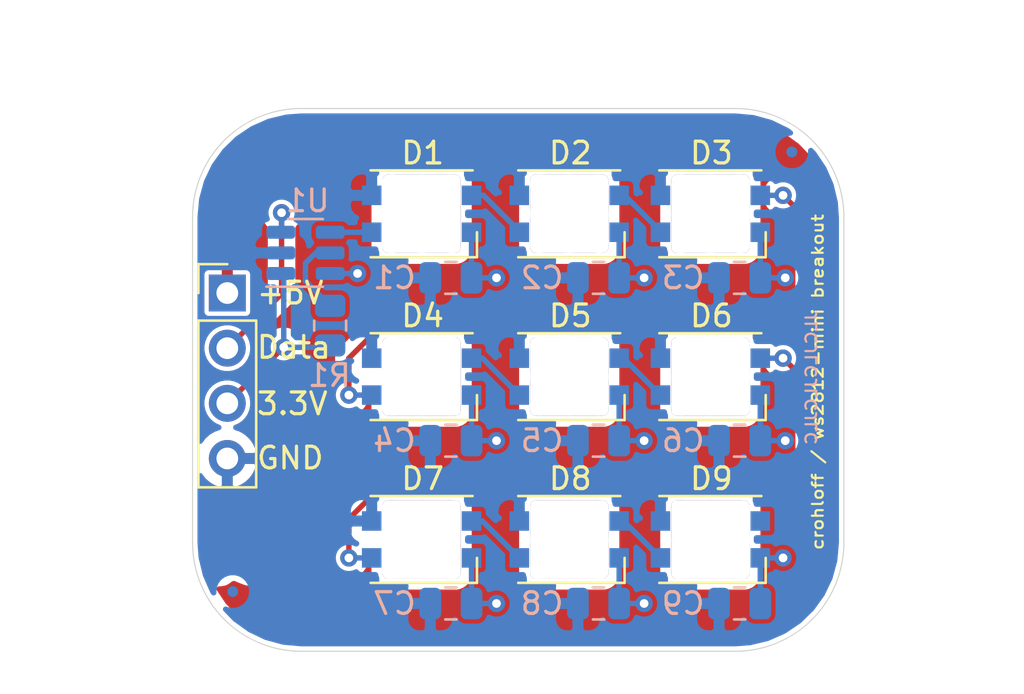
<source format=kicad_pcb>
(kicad_pcb (version 20171130) (host pcbnew 5.1.10-88a1d61d58~88~ubuntu20.04.1)
  (title_block (title "ws2812b - mini breakout") (date 2020-10-21) (rev 0.1))
  (layers (0 F.Cu signal) (31 B.Cu signal) (34 B.Paste user) (35 F.Paste user) (36 B.SilkS user) (37 F.SilkS user) (38 B.Mask user) (39 F.Mask user) (44 Edge.Cuts user))
  (net 0 "")
  (net 1 GND)
  (net 2 +5V)
  (net 3 "Net-(D1-Pad2)")
  (net 4 /DATA_5V)
  (net 5 "Net-(D2-Pad2)")
  (net 6 "Net-(D3-Pad2)")
  (net 7 "Net-(D4-Pad2)")
  (net 8 "Net-(D5-Pad2)")
  (net 9 "Net-(D6-Pad2)")
  (net 10 "Net-(D9-Pad2)")
  (net 11 /DATA_3.3V)
  (net 12 +3V3)
  (net 13 "Net-(R1-Pad1)")
  (net 14 "Net-(D7-Pad2)")
  (net 15 "Net-(D8-Pad2)")
  (module custom_footprints:crohloff_logo (layer F.Cu) (at 187 155.25 90)
    (fp_text reference G*** hide)
    (fp_text value LOGO hide)
    (fp_poly (pts (xy -0.254977 -1.971439) (xy -0.182542 -1.944938) (xy -0.085494 -1.90587) (xy 0.013623 -1.863551) (xy 0.132427 -1.809905) (xy 0.210082 -1.770233) (xy 0.252951 -1.740526) (xy 0.267397 -1.716773) (xy 0.265534 -1.704801) (xy 0.244435 -1.650348) (xy 0.223517 -1.59385) (xy 0.191923 -1.543203) (xy 0.156265 -1.525777) (xy 0.116686 -1.536241) (xy 0.042319 -1.563163) (xy -0.055292 -1.602167) (xy -0.1397 -1.637972) (xy -0.244298 -1.686499) (xy -0.329347 -1.731761) (xy -0.384962 -1.768134) (xy -0.401585 -1.78689) (xy -0.395843 -1.839365) (xy -0.36901 -1.901958) (xy -0.331883 -1.955531) (xy -0.295259 -1.980944) (xy -0.291957 -1.9812) (xy -0.254977 -1.971439)) (layer F.Cu) (width 0.01))
    (fp_poly (pts (xy -0.981079 -2.040291) (xy -0.925062 -2.020086) (xy -0.845376 -1.967848) (xy -0.807387 -1.911795) (xy -0.792989 -1.885701) (xy -0.766329 -1.859317) (xy -0.721353 -1.829356) (xy -0.652008 -1.792534) (xy -0.552241 -1.745566) (xy -0.415997 -1.685166) (xy -0.287027 -1.629416) (xy -0.140525 -1.567009) (xy -0.010646 -1.512705) (xy 0.095708 -1.469308) (xy 0.171636 -1.439618) (xy 0.210232 -1.426438) (xy 0.213626 -1.426216) (xy 0.226152 -1.452603) (xy 0.251722 -1.512389) (xy 0.279992 -1.580888) (xy 0.318304 -1.660307) (xy 0.357671 -1.718828) (xy 0.384295 -1.740946) (xy 0.433579 -1.73974) (xy 0.496127 -1.719166) (xy 0.552408 -1.688203) (xy 0.582891 -1.655828) (xy 0.5842 -1.649053) (xy 0.574193 -1.610254) (xy 0.54774 -1.539241) (xy 0.510185 -1.448088) (xy 0.466876 -1.348869) (xy 0.423161 -1.253656) (xy 0.384384 -1.174524) (xy 0.355895 -1.123545) (xy 0.346199 -1.111639) (xy 0.30194 -1.095236) (xy 0.2921 -1.094811) (xy 0.262656 -1.105116) (xy 0.19338 -1.133107) (xy 0.090925 -1.175979) (xy -0.038057 -1.230926) (xy -0.186914 -1.295145) (xy -0.3048 -1.346482) (xy -0.486344 -1.425381) (xy -0.628069 -1.485556) (xy -0.736428 -1.529253) (xy -0.817874 -1.558715) (xy -0.87886 -1.576185) (xy -0.925839 -1.583909) (xy -0.965263 -1.584128) (xy -0.982933 -1.582289) (xy -1.05687 -1.577938) (xy -1.108964 -1.595519) (xy -1.165342 -1.644037) (xy -1.167083 -1.645775) (xy -1.229711 -1.737177) (xy -1.245879 -1.826) (xy -1.136602 -1.826) (xy -1.123503 -1.767593) (xy -1.082591 -1.721147) (xy -1.017333 -1.701807) (xy -1.016 -1.7018) (xy -0.943469 -1.720751) (xy -0.913887 -1.75356) (xy -0.897295 -1.825941) (xy -0.921533 -1.885259) (xy -0.976683 -1.920748) (xy -1.052827 -1.921645) (xy -1.065501 -1.918113) (xy -1.118424 -1.881222) (xy -1.136602 -1.826) (xy -1.245879 -1.826) (xy -1.247105 -1.83273) (xy -1.221052 -1.921974) (xy -1.153336 -1.994452) (xy -1.102856 -2.021792) (xy -1.036664 -2.043531) (xy -0.981079 -2.040291)) (layer F.Cu) (width 0.01))
    (fp_poly (pts (xy 1.022744 -1.169096) (xy 1.062969 -1.153664) (xy 1.127405 -1.124059) (xy 1.170473 -1.099381) (xy 1.175378 -1.095327) (xy 1.174645 -1.064395) (xy 1.155001 -0.999666) (xy 1.121433 -0.912166) (xy 1.078929 -0.812927) (xy 1.032477 -0.712975) (xy 0.987065 -0.623341) (xy 0.947679 -0.555053) (xy 0.919309 -0.51914) (xy 0.913523 -0.516304) (xy 0.866143 -0.522818) (xy 0.800458 -0.545057) (xy 0.79375 -0.547947) (xy 0.739053 -0.57685) (xy 0.711825 -0.600614) (xy 0.711149 -0.603323) (xy 0.720669 -0.635686) (xy 0.745953 -0.702539) (xy 0.781996 -0.792015) (xy 0.823794 -0.892243) (xy 0.866342 -0.991354) (xy 0.904636 -1.077479) (xy 0.933671 -1.138749) (xy 0.946428 -1.161339) (xy 0.974057 -1.177725) (xy 1.022744 -1.169096)) (layer F.Cu) (width 0.01))
    (fp_poly (pts (xy -0.902342 -1.038462) (xy -0.837412 -1.014993) (xy -0.78439 -0.988458) (xy -0.762007 -0.965645) (xy -0.762 -0.965336) (xy -0.771806 -0.925845) (xy -0.797951 -0.855207) (xy -0.835531 -0.764256) (xy -0.879639 -0.663829) (xy -0.925369 -0.564759) (xy -0.967815 -0.477883) (xy -1.002072 -0.414034) (xy -1.023233 -0.384049) (xy -1.025643 -0.383072) (xy -1.066747 -0.394035) (xy -1.129223 -0.418038) (xy -1.13665 -0.421245) (xy -1.191719 -0.455121) (xy -1.218662 -0.490913) (xy -1.2192 -0.495507) (xy -1.209649 -0.534086) (xy -1.184401 -0.606412) (xy -1.148563 -0.699987) (xy -1.107242 -0.802311) (xy -1.065546 -0.900885) (xy -1.028582 -0.983209) (xy -1.001457 -1.036786) (xy -0.993015 -1.049055) (xy -0.960453 -1.052079) (xy -0.902342 -1.038462)) (layer F.Cu) (width 0.01))
    (fp_poly (pts (xy 1.095654 -1.998113) (xy 1.138055 -1.968764) (xy 1.194535 -1.909639) (xy 1.216933 -1.846291) (xy 1.2192 -1.804568) (xy 1.205521 -1.724469) (xy 1.170805 -1.649072) (xy 1.124532 -1.594023) (xy 1.079977 -1.5748) (xy 1.059257 -1.552065) (xy 1.022531 -1.487428) (xy 0.972442 -1.386239) (xy 0.911631 -1.25385) (xy 0.842741 -1.095612) (xy 0.838594 -1.08585) (xy 0.776405 -0.938815) (xy 0.721241 -0.807521) (xy 0.676107 -0.69919) (xy 0.644009 -0.621048) (xy 0.627951 -0.580317) (xy 0.626723 -0.576532) (xy 0.645443 -0.556017) (xy 0.698346 -0.524669) (xy 0.749371 -0.500332) (xy 0.843788 -0.457475) (xy 0.900567 -0.426109) (xy 0.929148 -0.398635) (xy 0.938971 -0.367455) (xy 0.9398 -0.347053) (xy 0.927785 -0.29245) (xy 0.899176 -0.233503) (xy 0.865125 -0.189664) (xy 0.843109 -0.178385) (xy 0.813875 -0.188006) (xy 0.748349 -0.213603) (xy 0.65689 -0.251038) (xy 0.5715 -0.286943) (xy 0.451895 -0.340018) (xy 0.373263 -0.38105) (xy 0.328506 -0.414422) (xy 0.310525 -0.44452) (xy 0.309756 -0.44861) (xy 0.317209 -0.486309) (xy 0.342286 -0.563446) (xy 0.382316 -0.672888) (xy 0.434627 -0.807503) (xy 0.496547 -0.96016) (xy 0.542639 -1.070302) (xy 0.618825 -1.251164) (xy 0.676844 -1.392152) (xy 0.718909 -1.499924) (xy 0.747231 -1.58114) (xy 0.764022 -1.642457) (xy 0.771495 -1.690535) (xy 0.771861 -1.732032) (xy 0.769853 -1.754303) (xy 0.766023 -1.835642) (xy 0.766538 -1.837456) (xy 0.879709 -1.837456) (xy 0.884303 -1.770124) (xy 0.901485 -1.736664) (xy 0.957108 -1.687535) (xy 1.02088 -1.680259) (xy 1.076937 -1.713197) (xy 1.102452 -1.757433) (xy 1.109029 -1.832404) (xy 1.072775 -1.883627) (xy 0.998577 -1.904781) (xy 0.988383 -1.905) (xy 0.916364 -1.886215) (xy 0.879709 -1.837456) (xy 0.766538 -1.837456) (xy 0.782105 -1.892214) (xy 0.81637 -1.93931) (xy 0.902619 -2.006072) (xy 0.998876 -2.025962) (xy 1.095654 -1.998113)) (layer F.Cu) (width 0.01))
    (fp_poly (pts (xy -0.172593 -0.04091) (xy -0.105477 -0.01467) (xy -0.015802 0.022772) (xy 0.0847 0.066269) (xy 0.184293 0.110674) (xy 0.271246 0.150841) (xy 0.333823 0.181621) (xy 0.359611 0.197051) (xy 0.364459 0.232647) (xy 0.34909 0.291706) (xy 0.321345 0.355341) (xy 0.289062 0.404666) (xy 0.2667 0.420883) (xy 0.234212 0.413527) (xy 0.166164 0.389382) (xy 0.07333 0.352482) (xy -0.008295 0.317901) (xy -0.11371 0.270703) (xy -0.202706 0.228251) (xy -0.264208 0.195981) (xy -0.285583 0.181777) (xy -0.297221 0.145981) (xy -0.280361 0.082868) (xy -0.26708 0.051642) (xy -0.236015 -0.010236) (xy -0.211604 -0.046684) (xy -0.205414 -0.0508) (xy -0.172593 -0.04091)) (layer F.Cu) (width 0.01))
    (fp_poly (pts (xy -0.790903 -1.348842) (xy -0.683067 -1.309316) (xy -0.5969 -1.273841) (xy -0.482228 -1.222763) (xy -0.409142 -1.182532) (xy -0.370746 -1.148818) (xy -0.360608 -1.125478) (xy -0.367905 -1.088254) (xy -0.392498 -1.011338) (xy -0.431793 -0.901783) (xy -0.483195 -0.766643) (xy -0.544112 -0.612969) (xy -0.593302 -0.492649) (xy -0.673938 -0.295472) (xy -0.734881 -0.140623) (xy -0.777491 -0.024196) (xy -0.803128 0.057714) (xy -0.813151 0.109011) (xy -0.810545 0.131215) (xy -0.787384 0.223884) (xy -0.812352 0.317418) (xy -0.861647 0.382953) (xy -0.951996 0.444287) (xy -1.047068 0.457523) (xy -1.138861 0.422477) (xy -1.177637 0.390236) (xy -1.236224 0.300975) (xy -1.246987 0.204942) (xy -1.138215 0.204942) (xy -1.129419 0.26927) (xy -1.100964 0.309149) (xy -1.044826 0.350127) (xy -0.988421 0.342981) (xy -0.9398 0.3048) (xy -0.898807 0.256477) (xy -0.894713 0.216439) (xy -0.925779 0.16201) (xy -0.928541 0.158051) (xy -0.984186 0.109345) (xy -1.046977 0.110852) (xy -1.09655 0.143636) (xy -1.138215 0.204942) (xy -1.246987 0.204942) (xy -1.247108 0.203867) (xy -1.210785 0.107111) (xy -1.156643 0.043155) (xy -1.120012 0.00256) (xy -1.080978 -0.05601) (xy -1.036255 -0.138961) (xy -0.982551 -0.252703) (xy -0.916579 -0.403644) (xy -0.867245 -0.5207) (xy -0.665805 -1.0033) (xy -0.82709 -1.077333) (xy -0.909137 -1.118197) (xy -0.970872 -1.154945) (xy -0.99927 -1.179799) (xy -0.999464 -1.180263) (xy -0.997861 -1.221601) (xy -0.979123 -1.283734) (xy -0.976403 -1.290381) (xy -0.950907 -1.336784) (xy -0.916824 -1.362228) (xy -0.866155 -1.366364) (xy -0.790903 -1.348842)) (layer F.Cu) (width 0.01))
    (fp_poly (pts (xy -0.32247 -0.44768) (xy -0.248063 -0.420925) (xy -0.140824 -0.37965) (xy -0.007697 -0.326565) (xy 0.144374 -0.264384) (xy 0.261639 -0.215528) (xy 0.445669 -0.138797) (xy 0.589488 -0.080354) (xy 0.699408 -0.038078) (xy 0.781736 -0.009849) (xy 0.842785 0.006455) (xy 0.888863 0.012952) (xy 0.92628 0.011766) (xy 0.934469 0.010606) (xy 1.007684 0.006359) (xy 1.06561 0.027826) (xy 1.11272 0.063291) (xy 1.173744 0.140716) (xy 1.194379 0.226774) (xy 1.18069 0.312267) (xy 1.138739 0.387996) (xy 1.074591 0.444761) (xy 0.994309 0.473363) (xy 0.903957 0.464603) (xy 0.860756 0.445535) (xy 0.800918 0.393761) (xy 0.764389 0.337576) (xy 0.748453 0.310775) (xy 0.720117 0.283994) (xy 0.684534 0.26122) (xy 0.857161 0.26122) (xy 0.887037 0.314048) (xy 0.938138 0.346196) (xy 0.996907 0.351462) (xy 1.049789 0.323643) (xy 1.07232 0.290127) (xy 1.087483 0.215868) (xy 1.058573 0.164495) (xy 0.988966 0.140759) (xy 0.965341 0.1397) (xy 0.898793 0.150384) (xy 0.864572 0.187644) (xy 0.862063 0.193916) (xy 0.857161 0.26122) (xy 0.684534 0.26122) (xy 0.673104 0.253905) (xy 0.601137 0.217179) (xy 0.497942 0.170488) (xy 0.357241 0.110502) (xy 0.259232 0.069657) (xy 0.113611 0.009819) (xy -0.016713 -0.042688) (xy -0.124232 -0.084923) (xy -0.201436 -0.113945) (xy -0.240816 -0.126816) (xy -0.243492 -0.127193) (xy -0.266913 -0.105515) (xy -0.301203 -0.049027) (xy -0.336841 0.0254) (xy -0.376528 0.110105) (xy -0.408875 0.156775) (xy -0.442472 0.175609) (xy -0.465185 0.1778) (xy -0.531499 0.161885) (xy -0.586387 0.130336) (xy -0.645002 0.082873) (xy -0.547343 -0.155414) (xy -0.495167 -0.280436) (xy -0.456382 -0.365516) (xy -0.426254 -0.418164) (xy -0.400046 -0.445894) (xy -0.373023 -0.456217) (xy -0.3571 -0.4572) (xy -0.32247 -0.44768)) (layer F.Cu) (width 0.01))
    (fp_poly (pts (xy 2.250492 0.994804) (xy 2.280092 1.011823) (xy 2.286 1.0414) (xy 2.271117 1.081235) (xy 2.2225 1.0922) (xy 2.184813 1.096317) (xy 2.166012 1.117331) (xy 2.159601 1.168231) (xy 2.159 1.2192) (xy 2.161674 1.295375) (xy 2.173026 1.333366) (xy 2.19805 1.345656) (xy 2.2098 1.3462) (xy 2.252251 1.36416) (xy 2.2606 1.397) (xy 2.242639 1.439451) (xy 2.2098 1.4478) (xy 2.186679 1.451286) (xy 2.171877 1.467874) (xy 2.163557 1.506758) (xy 2.159879 1.577134) (xy 2.159004 1.688196) (xy 2.159 1.7018) (xy 2.159697 1.817404) (xy 2.163014 1.89141) (xy 2.170791 1.933011) (xy 2.184866 1.951403) (xy 2.207079 1.955779) (xy 2.2098 1.9558) (xy 2.252251 1.97376) (xy 2.2606 2.0066) (xy 2.255454 2.034092) (xy 2.232533 2.049419) (xy 2.180613 2.056036) (xy 2.0955 2.0574) (xy 2.00615 2.055816) (xy 1.956336 2.048764) (xy 1.934831 2.032788) (xy 1.9304 2.0066) (xy 1.94836 1.964148) (xy 1.9812 1.9558) (xy 2.00432 1.952313) (xy 2.019122 1.935725) (xy 2.027442 1.896841) (xy 2.03112 1.826465) (xy 2.031995 1.715403) (xy 2.032 1.7018) (xy 2.031302 1.586195) (xy 2.027985 1.512189) (xy 2.020208 1.470588) (xy 2.006133 1.452196) (xy 1.98392 1.44782) (xy 1.9812 1.4478) (xy 1.938748 1.429839) (xy 1.9304 1.397) (xy 1.94836 1.354548) (xy 1.9812 1.3462) (xy 2.013126 1.338602) (xy 2.028105 1.307153) (xy 2.031991 1.23887) (xy 2.032 1.233553) (xy 2.037673 1.147091) (xy 2.051791 1.071155) (xy 2.056771 1.055753) (xy 2.081581 1.012614) (xy 2.123597 0.994033) (xy 2.183771 0.9906) (xy 2.250492 0.994804)) (layer F.Cu) (width 0.01))
    (fp_poly (pts (xy 1.796701 0.995354) (xy 1.824254 1.014328) (xy 1.8288 1.0414) (xy 1.813917 1.081235) (xy 1.7653 1.0922) (xy 1.727613 1.096317) (xy 1.708812 1.117331) (xy 1.702401 1.168231) (xy 1.7018 1.2192) (xy 1.704474 1.295375) (xy 1.715826 1.333366) (xy 1.74085 1.345656) (xy 1.7526 1.3462) (xy 1.795051 1.36416) (xy 1.8034 1.397) (xy 1.785439 1.439451) (xy 1.7526 1.4478) (xy 1.729479 1.451286) (xy 1.714677 1.467874) (xy 1.706357 1.506758) (xy 1.702679 1.577134) (xy 1.701804 1.688196) (xy 1.7018 1.7018) (xy 1.702497 1.817404) (xy 1.705814 1.89141) (xy 1.713591 1.933011) (xy 1.727666 1.951403) (xy 1.749879 1.955779) (xy 1.7526 1.9558) (xy 1.795051 1.97376) (xy 1.8034 2.0066) (xy 1.798124 2.034375) (xy 1.774728 2.049707) (xy 1.72186 2.056182) (xy 1.642533 2.0574) (xy 1.556309 2.054908) (xy 1.491636 2.048416) (xy 1.464733 2.040466) (xy 1.446594 1.998092) (xy 1.470457 1.96512) (xy 1.5113 1.9558) (xy 1.540198 1.954236) (xy 1.55865 1.943342) (xy 1.568999 1.91381) (xy 1.573589 1.856333) (xy 1.574762 1.761603) (xy 1.5748 1.703566) (xy 1.574194 1.588505) (xy 1.570977 1.514642) (xy 1.563053 1.47238) (xy 1.548324 1.452118) (xy 1.524692 1.44426) (xy 1.517909 1.443216) (xy 1.467796 1.421697) (xy 1.45061 1.387217) (xy 1.467821 1.356607) (xy 1.509437 1.3462) (xy 1.546114 1.343052) (xy 1.565642 1.325515) (xy 1.573409 1.281449) (xy 1.5748 1.198879) (xy 1.580815 1.09477) (xy 1.603447 1.031422) (xy 1.649572 0.99974) (xy 1.726068 0.990627) (xy 1.73228 0.9906) (xy 1.796701 0.995354)) (layer F.Cu) (width 0.01))
    (fp_poly (pts (xy 1.202769 1.34791) (xy 1.273955 1.354101) (xy 1.313444 1.366363) (xy 1.330746 1.386284) (xy 1.330782 1.386377) (xy 1.336969 1.426947) (xy 1.341972 1.506283) (xy 1.345227 1.612352) (xy 1.3462 1.715683) (xy 1.345046 1.852984) (xy 1.337453 1.94748) (xy 1.317218 2.007169) (xy 1.27814 2.040045) (xy 1.214018 2.054104) (xy 1.11865 2.057343) (xy 1.081169 2.0574) (xy 0.981162 2.053886) (xy 0.916726 2.04103) (xy 0.872975 2.015354) (xy 0.8636 2.0066) (xy 0.839952 1.976654) (xy 0.824914 1.936503) (xy 0.81663 1.874965) (xy 0.813248 1.780862) (xy 0.8128 1.70013) (xy 0.813908 1.559995) (xy 0.82134 1.462804) (xy 0.826152 1.4478) (xy 0.9398 1.4478) (xy 0.9398 1.9558) (xy 1.2192 1.9558) (xy 1.2192 1.4478) (xy 0.9398 1.4478) (xy 0.826152 1.4478) (xy 0.841259 1.400698) (xy 0.879826 1.365822) (xy 0.943202 1.350319) (xy 1.037551 1.346331) (xy 1.090376 1.3462) (xy 1.202769 1.34791)) (layer F.Cu) (width 0.01))
    (fp_poly (pts (xy 0.6096 1.4732) (xy 0.60979 1.64074) (xy 0.610849 1.764203) (xy 0.61351 1.850312) (xy 0.618508 1.905789) (xy 0.626576 1.937357) (xy 0.638447 1.951739) (xy 0.654856 1.955656) (xy 0.662262 1.9558) (xy 0.70274 1.969468) (xy 0.706465 2.00025) (xy 0.690233 2.027154) (xy 0.646933 2.043012) (xy 0.565432 2.051582) (xy 0.552203 2.052317) (xy 0.469789 2.054906) (xy 0.426008 2.049198) (xy 0.408908 2.031547) (xy 0.4064 2.007867) (xy 0.421986 1.965502) (xy 0.4445 1.9558) (xy 0.458617 1.949228) (xy 0.468842 1.925063) (xy 0.475764 1.876628) (xy 0.479971 1.797248) (xy 0.482053 1.680247) (xy 0.4826 1.524) (xy 0.48202 1.363999) (xy 0.479887 1.248114) (xy 0.475614 1.169667) (xy 0.46861 1.121984) (xy 0.458286 1.098388) (xy 0.4445 1.0922) (xy 0.413471 1.071024) (xy 0.4064 1.0414) (xy 0.41492 1.008164) (xy 0.449356 0.993476) (xy 0.508 0.9906) (xy 0.6096 0.9906) (xy 0.6096 1.4732)) (layer F.Cu) (width 0.01))
    (fp_poly (pts (xy -0.2032 1.475191) (xy -0.053776 1.392416) (xy 0.033216 1.347697) (xy 0.095305 1.328404) (xy 0.136639 1.339267) (xy 0.161368 1.385018) (xy 0.173641 1.470388) (xy 0.177606 1.600108) (xy 0.1778 1.656488) (xy 0.178488 1.779161) (xy 0.181624 1.860268) (xy 0.188813 1.909035) (xy 0.20166 1.934691) (xy 0.221771 1.94646) (xy 0.2286 1.94844) (xy 0.270105 1.979496) (xy 0.2794 2.009562) (xy 0.272413 2.03734) (xy 0.243579 2.051807) (xy 0.181088 2.057006) (xy 0.1397 2.0574) (xy 0.058616 2.055024) (xy 0.016387 2.045182) (xy 0.00118 2.023801) (xy 0 2.009317) (xy 0.017679 1.961991) (xy 0.0381 1.946614) (xy 0.056613 1.928913) (xy 0.068268 1.887147) (xy 0.074363 1.812569) (xy 0.076196 1.696428) (xy 0.0762 1.689897) (xy 0.074562 1.586023) (xy 0.070159 1.504449) (xy 0.063758 1.456188) (xy 0.059373 1.4478) (xy 0.030454 1.460499) (xy -0.026807 1.493322) (xy -0.080327 1.526647) (xy -0.2032 1.605495) (xy -0.2032 1.780647) (xy -0.201097 1.875526) (xy -0.193287 1.929586) (xy -0.177519 1.952692) (xy -0.163238 1.9558) (xy -0.132846 1.974737) (xy -0.131726 2.00025) (xy -0.149522 2.028473) (xy -0.196808 2.044688) (xy -0.273288 2.052377) (xy -0.351157 2.054821) (xy -0.39094 2.047729) (xy -0.405066 2.026951) (xy -0.4064 2.007927) (xy -0.390828 1.965515) (xy -0.3683 1.9558) (xy -0.354183 1.949228) (xy -0.343958 1.925063) (xy -0.337036 1.876628) (xy -0.332829 1.797248) (xy -0.330747 1.680247) (xy -0.3302 1.524) (xy -0.33078 1.363999) (xy -0.332913 1.248114) (xy -0.337186 1.169667) (xy -0.34419 1.121984) (xy -0.354514 1.098388) (xy -0.3683 1.0922) (xy -0.399329 1.071024) (xy -0.4064 1.0414) (xy -0.39788 1.008164) (xy -0.363444 0.993476) (xy -0.3048 0.9906) (xy -0.2032 0.9906) (xy -0.2032 1.475191)) (layer F.Cu) (width 0.01))
    (fp_poly (pts (xy -0.53892 1.676133) (xy -0.536672 1.822426) (xy -0.54093 1.925506) (xy -0.556623 1.992936) (xy -0.588679 2.03228) (xy -0.642028 2.0511) (xy -0.721598 2.056959) (xy -0.7874 2.0574) (xy -0.884559 2.052588) (xy -0.9622 2.039878) (xy -0.999276 2.025383) (xy -1.017648 2.005983) (xy -1.029628 1.973798) (xy -1.036158 1.919846) (xy -1.038177 1.835145) (xy -1.036629 1.710715) (xy -1.035881 1.676133) (xy -1.030713 1.4478) (xy -0.9398 1.4478) (xy -0.9398 1.684866) (xy -0.937976 1.790181) (xy -0.933083 1.875666) (xy -0.925991 1.929032) (xy -0.921726 1.940007) (xy -0.887844 1.949035) (xy -0.8214 1.952062) (xy -0.775676 1.950591) (xy -0.6477 1.9431) (xy -0.640431 1.69545) (xy -0.633161 1.4478) (xy -0.9398 1.4478) (xy -1.030713 1.4478) (xy -1.0287 1.3589) (xy -0.5461 1.3589) (xy -0.53892 1.676133)) (layer F.Cu) (width 0.01))
    (fp_poly (pts (xy -1.53373 1.35046) (xy -1.504353 1.367678) (xy -1.4986 1.397) (xy -1.493925 1.436068) (xy -1.473557 1.443272) (xy -1.427984 1.418454) (xy -1.394624 1.395307) (xy -1.316651 1.358193) (xy -1.251003 1.350857) (xy -1.206247 1.361715) (xy -1.184078 1.390705) (xy -1.174356 1.45296) (xy -1.17329 1.46685) (xy -1.171539 1.535222) (xy -1.183008 1.566753) (xy -1.212981 1.574774) (xy -1.216053 1.5748) (xy -1.260225 1.554913) (xy -1.274663 1.513356) (xy -1.2827 1.451912) (xy -1.4986 1.579958) (xy -1.4986 1.767879) (xy -1.496559 1.867583) (xy -1.489188 1.925824) (xy -1.474618 1.951823) (xy -1.4605 1.9558) (xy -1.429472 1.976975) (xy -1.4224 2.0066) (xy -1.428464 2.035957) (xy -1.454681 2.05125) (xy -1.51309 2.056858) (xy -1.5621 2.0574) (xy -1.642833 2.055195) (xy -1.68489 2.045661) (xy -1.700311 2.024422) (xy -1.7018 2.0066) (xy -1.685919 1.965228) (xy -1.6637 1.9558) (xy -1.645934 1.947406) (xy -1.634527 1.916655) (xy -1.628227 1.855191) (xy -1.625781 1.754659) (xy -1.6256 1.7018) (xy -1.62686 1.583354) (xy -1.631472 1.50731) (xy -1.640692 1.465311) (xy -1.655772 1.449002) (xy -1.6637 1.4478) (xy -1.694729 1.426624) (xy -1.7018 1.397) (xy -1.69328 1.363764) (xy -1.658844 1.349076) (xy -1.6002 1.3462) (xy -1.53373 1.35046)) (layer F.Cu) (width 0.01))
    (fp_poly (pts (xy -1.8034 1.4351) (xy -1.809083 1.496371) (xy -1.831267 1.521094) (xy -1.8542 1.524) (xy -1.895572 1.508118) (xy -1.905 1.4859) (xy -1.918596 1.46194) (xy -1.965669 1.450238) (xy -2.032 1.4478) (xy -2.159 1.4478) (xy -2.159 1.9558) (xy -2.032 1.9558) (xy -1.956023 1.95324) (xy -1.918119 1.942075) (xy -1.905677 1.917075) (xy -1.905 1.903137) (xy -1.891314 1.862644) (xy -1.86055 1.858898) (xy -1.825829 1.885962) (xy -1.808922 1.954619) (xy -1.808217 1.962361) (xy -1.800334 2.0574) (xy -1.998717 2.056627) (xy -2.099483 2.053055) (xy -2.184276 2.044318) (xy -2.237023 2.032183) (xy -2.24155 2.029965) (xy -2.260848 2.012444) (xy -2.273699 1.980552) (xy -2.281347 1.925222) (xy -2.285033 1.837388) (xy -2.286 1.707981) (xy -2.286 1.705617) (xy -2.283142 1.548576) (xy -2.274592 1.441119) (xy -2.260386 1.383643) (xy -2.255521 1.37668) (xy -2.212531 1.360211) (xy -2.127319 1.349702) (xy -2.014221 1.3462) (xy -1.8034 1.3462) (xy -1.8034 1.4351)) (layer F.Cu) (width 0.01))
  )
  (module Fiducial:Fiducial_0.5mm_Mask1.5mm (layer B.Cu) (at 185.75 157.25)
    (fp_text reference REF** hide)
    (fp_text value Fiducial_0.5mm_Mask1.5mm)
    (pad "" smd circle (at 0 0) (size 0.5 0.5) (layers B.Cu B.Mask) (clearance 0.5))
  )
  (module Fiducial:Fiducial_0.5mm_Mask1.5mm (layer B.Cu) (at 211.5 137)
    (fp_text reference REF** hide)
    (fp_text value Fiducial_0.5mm_Mask1.5mm)
    (pad "" smd circle (at 0 0) (size 0.5 0.5) (layers B.Cu B.Mask) (clearance 0.5))
  )
  (module Capacitor_SMD:C_0805_2012Metric (layer B.Cu) (at 195.8 142.8)
    (fp_text reference C1 (at -2.6 0) (layer B.SilkS) (effects (justify mirror)))
    (fp_text value 100nF)
    (pad 2 smd roundrect (at 0.95 0) (size 1 1.45) (layers B.Cu B.Paste B.Mask) (net 2 +5V))
    (pad 1 smd roundrect (at -0.95 0) (size 1 1.45) (layers B.Cu B.Paste B.Mask) (net 1 GND))
  )
  (module Capacitor_SMD:C_0805_2012Metric (layer B.Cu) (at 195.8 150.3)
    (fp_text reference C4 (at -2.6 0) (layer B.SilkS) (effects (justify mirror)))
    (fp_text value 100nF)
    (pad 2 smd roundrect (at 0.95 0) (size 1 1.45) (layers B.Cu B.Paste B.Mask) (net 2 +5V))
    (pad 1 smd roundrect (at -0.95 0) (size 1 1.45) (layers B.Cu B.Paste B.Mask) (net 1 GND))
  )
  (module Capacitor_SMD:C_0805_2012Metric (layer B.Cu) (at 195.8 157.8)
    (fp_text reference C7 (at -2.6 0) (layer B.SilkS) (effects (justify mirror)))
    (fp_text value 100nF)
    (pad 2 smd roundrect (at 0.95 0) (size 1 1.45) (layers B.Cu B.Paste B.Mask) (net 2 +5V))
    (pad 1 smd roundrect (at -0.95 0) (size 1 1.45) (layers B.Cu B.Paste B.Mask) (net 1 GND))
  )
  (module Capacitor_SMD:C_0805_2012Metric (layer B.Cu) (at 202.6 142.8)
    (fp_text reference C2 (at -2.6 0) (layer B.SilkS) (effects (justify mirror)))
    (fp_text value 100nF)
    (pad 2 smd roundrect (at 0.95 0) (size 1 1.45) (layers B.Cu B.Paste B.Mask) (net 2 +5V))
    (pad 1 smd roundrect (at -0.95 0) (size 1 1.45) (layers B.Cu B.Paste B.Mask) (net 1 GND))
  )
  (module Capacitor_SMD:C_0805_2012Metric (layer B.Cu) (at 202.6 150.3)
    (fp_text reference C5 (at -2.6 0) (layer B.SilkS) (effects (justify mirror)))
    (fp_text value 100nF)
    (pad 2 smd roundrect (at 0.95 0) (size 1 1.45) (layers B.Cu B.Paste B.Mask) (net 2 +5V))
    (pad 1 smd roundrect (at -0.95 0) (size 1 1.45) (layers B.Cu B.Paste B.Mask) (net 1 GND))
  )
  (module Capacitor_SMD:C_0805_2012Metric (layer B.Cu) (at 202.6 157.8)
    (fp_text reference C8 (at -2.6 0) (layer B.SilkS) (effects (justify mirror)))
    (fp_text value 100nF)
    (pad 2 smd roundrect (at 0.95 0) (size 1 1.45) (layers B.Cu B.Paste B.Mask) (net 2 +5V))
    (pad 1 smd roundrect (at -0.95 0) (size 1 1.45) (layers B.Cu B.Paste B.Mask) (net 1 GND))
  )
  (module Capacitor_SMD:C_0805_2012Metric (layer B.Cu) (at 209.1 142.8)
    (fp_text reference C3 (at -2.6 0) (layer B.SilkS) (effects (justify mirror)))
    (fp_text value 100nF)
    (pad 2 smd roundrect (at 0.95 0) (size 1 1.45) (layers B.Cu B.Paste B.Mask) (net 2 +5V))
    (pad 1 smd roundrect (at -0.95 0) (size 1 1.45) (layers B.Cu B.Paste B.Mask) (net 1 GND))
  )
  (module Capacitor_SMD:C_0805_2012Metric (layer B.Cu) (at 209.1 150.3)
    (fp_text reference C6 (at -2.6 0) (layer B.SilkS) (effects (justify mirror)))
    (fp_text value 100nF)
    (pad 2 smd roundrect (at 0.95 0) (size 1 1.45) (layers B.Cu B.Paste B.Mask) (net 2 +5V))
    (pad 1 smd roundrect (at -0.95 0) (size 1 1.45) (layers B.Cu B.Paste B.Mask) (net 1 GND))
  )
  (module Capacitor_SMD:C_0805_2012Metric (layer B.Cu) (at 209.1 157.8)
    (fp_text reference C9 (at -2.6 0) (layer B.SilkS) (effects (justify mirror)))
    (fp_text value 100nF)
    (pad 2 smd roundrect (at 0.95 0) (size 1 1.45) (layers B.Cu B.Paste B.Mask) (net 2 +5V))
    (pad 1 smd roundrect (at -0.95 0) (size 1 1.45) (layers B.Cu B.Paste B.Mask) (net 1 GND))
  )
  (module ws2812_inPCB:ws2812_mini_inPCB (layer F.Cu) (at 194.5 139.1 180)
    (fp_text reference D1 (at 0 2.05) (layer F.SilkS))
    (fp_text value WS2812B)
    (pad 4 smd rect (at 2.35 -1.6 180) (size 0.9 0.9) (layers B.Cu B.Paste B.Mask) (net 4 /DATA_5V))
    (pad 3 smd rect (at 2.35 0.1 180) (size 0.9 0.9) (layers B.Cu B.Paste B.Mask) (net 1 GND))
    (pad 2 smd rect (at -2.25 0.1 180) (size 0.9 0.9) (layers B.Cu B.Paste B.Mask) (net 3 "Net-(D1-Pad2)"))
    (pad 1 smd rect (at -2.25 -1.6 180) (size 0.9 0.9) (layers B.Cu B.Paste B.Mask) (net 2 +5V))
    (pad 7 thru_hole oval (at 1.35 -0.75 270) (size 3.6 1) (drill oval 3.6 1) (layers *.Cu *.Mask))
    (pad 7 thru_hole oval (at 0.05 0.55 180) (size 3.6 1) (drill oval 3.6 1) (layers *.Cu *.Mask))
    (pad 7 thru_hole circle (at 1.55 0.8 180) (size 0.5 0.5) (drill 0.5) (layers *.Cu *.Mask))
    (pad 7 thru_hole circle (at -1.5 0.65 180) (size 0.5 0.5) (drill 0.5) (layers *.Cu *.Mask))
    (pad 7 thru_hole circle (at 1.5 -2.3 180) (size 0.5 0.5) (drill 0.5) (layers *.Cu *.Mask))
    (pad 7 thru_hole circle (at 1.55 -2.3 180) (size 0.5 0.5) (drill 0.5) (layers *.Cu *.Mask))
    (pad 7 thru_hole circle (at -1.5 -2.15 180) (size 0.5 0.5) (drill 0.5) (layers *.Cu *.Mask))
    (pad 7 thru_hole circle (at -1.4 -2.3 180) (size 0.5 0.5) (drill 0.5) (layers *.Cu *.Mask))
    (pad 7 thru_hole circle (at 1.6 -2.1 180) (size 0.5 0.5) (drill 0.5) (layers *.Cu *.Mask))
    (pad 7 thru_hole circle (at 1.6 -2.15 180) (size 0.5 0.5) (drill 0.5) (layers *.Cu *.Mask))
    (pad 7 thru_hole circle (at 1.6 -2.3 180) (size 0.5 0.5) (drill 0.5) (layers *.Cu *.Mask))
    (pad 7 thru_hole circle (at -1.5 -2.3 180) (size 0.5 0.5) (drill 0.5) (layers *.Cu *.Mask))
    (pad 7 thru_hole circle (at 1.6 -2.2 180) (size 0.5 0.5) (drill 0.5) (layers *.Cu *.Mask))
    (pad 7 thru_hole circle (at 1.6 -2.25 180) (size 0.5 0.5) (drill 0.5) (layers *.Cu *.Mask))
    (pad 7 thru_hole circle (at 1.6 0.8 180) (size 0.5 0.5) (drill 0.5) (layers *.Cu *.Mask))
    (pad 7 thru_hole circle (at 1.4 -2.3 180) (size 0.5 0.5) (drill 0.5) (layers *.Cu *.Mask))
    (pad 7 thru_hole circle (at 1.45 -2.3 180) (size 0.5 0.5) (drill 0.5) (layers *.Cu *.Mask))
    (pad 7 thru_hole circle (at 1.5 0.8 180) (size 0.5 0.5) (drill 0.5) (layers *.Cu *.Mask))
    (pad 7 thru_hole circle (at -1.35 -2.3 180) (size 0.5 0.5) (drill 0.5) (layers *.Cu *.Mask))
    (pad 7 thru_hole circle (at -1.3 -2.3 180) (size 0.5 0.5) (drill 0.5) (layers *.Cu *.Mask))
    (pad 7 thru_hole circle (at -1.4 0.8 180) (size 0.5 0.5) (drill 0.5) (layers *.Cu *.Mask))
    (pad 7 thru_hole circle (at -1.5 0.8 180) (size 0.5 0.5) (drill 0.5) (layers *.Cu *.Mask))
    (pad 7 thru_hole oval (at -1.25 -0.75 270) (size 3.6 1) (drill oval 3.6 1) (layers *.Cu *.Mask))
    (pad 7 thru_hole oval (at 0.05 -2.05 180) (size 3.6 1) (drill oval 3.6 1) (layers *.Cu *.Mask))
    (pad 7 thru_hole circle (at -1.5 0.75 180) (size 0.5 0.5) (drill 0.5) (layers *.Cu *.Mask))
    (pad 7 thru_hole circle (at -1.35 0.8 180) (size 0.5 0.5) (drill 0.5) (layers *.Cu *.Mask))
    (pad 7 thru_hole circle (at -1.45 -2.3 180) (size 0.5 0.5) (drill 0.5) (layers *.Cu *.Mask))
    (pad 7 thru_hole circle (at -1.5 -2.25 180) (size 0.5 0.5) (drill 0.5) (layers *.Cu *.Mask))
    (pad 7 thru_hole circle (at 1.6 0.6 180) (size 0.5 0.5) (drill 0.5) (layers *.Cu *.Mask))
    (pad 7 thru_hole circle (at 1.6 0.65 180) (size 0.5 0.5) (drill 0.5) (layers *.Cu *.Mask))
    (pad 7 thru_hole circle (at 0.05 -0.75 180) (size 3.6 3.6) (drill 3.6) (layers *.Cu *.Mask))
    (pad 7 thru_hole circle (at 1.4 0.8 180) (size 0.5 0.5) (drill 0.5) (layers *.Cu *.Mask))
    (pad 7 thru_hole circle (at 1.6 0.75 180) (size 0.5 0.5) (drill 0.5) (layers *.Cu *.Mask))
    (pad 7 thru_hole circle (at 1.6 0.7 180) (size 0.5 0.5) (drill 0.5) (layers *.Cu *.Mask))
    (pad 7 thru_hole circle (at 1.45 0.8 180) (size 0.5 0.5) (drill 0.5) (layers *.Cu *.Mask))
  )
  (module ws2812_inPCB:ws2812_mini_inPCB (layer F.Cu) (at 194.5 146.6 180)
    (fp_text reference D4 (at 0 2.05) (layer F.SilkS))
    (fp_text value WS2812B)
    (pad 4 smd rect (at 2.35 -1.6 180) (size 0.9 0.9) (layers B.Cu B.Paste B.Mask) (net 6 "Net-(D3-Pad2)"))
    (pad 3 smd rect (at 2.35 0.1 180) (size 0.9 0.9) (layers B.Cu B.Paste B.Mask) (net 1 GND))
    (pad 2 smd rect (at -2.25 0.1 180) (size 0.9 0.9) (layers B.Cu B.Paste B.Mask) (net 7 "Net-(D4-Pad2)"))
    (pad 1 smd rect (at -2.25 -1.6 180) (size 0.9 0.9) (layers B.Cu B.Paste B.Mask) (net 2 +5V))
    (pad 7 thru_hole oval (at 1.35 -0.75 270) (size 3.6 1) (drill oval 3.6 1) (layers *.Cu *.Mask))
    (pad 7 thru_hole oval (at 0.05 0.55 180) (size 3.6 1) (drill oval 3.6 1) (layers *.Cu *.Mask))
    (pad 7 thru_hole circle (at 1.55 0.8 180) (size 0.5 0.5) (drill 0.5) (layers *.Cu *.Mask))
    (pad 7 thru_hole circle (at -1.5 0.65 180) (size 0.5 0.5) (drill 0.5) (layers *.Cu *.Mask))
    (pad 7 thru_hole circle (at 1.5 -2.3 180) (size 0.5 0.5) (drill 0.5) (layers *.Cu *.Mask))
    (pad 7 thru_hole circle (at 1.55 -2.3 180) (size 0.5 0.5) (drill 0.5) (layers *.Cu *.Mask))
    (pad 7 thru_hole circle (at -1.5 -2.15 180) (size 0.5 0.5) (drill 0.5) (layers *.Cu *.Mask))
    (pad 7 thru_hole circle (at -1.4 -2.3 180) (size 0.5 0.5) (drill 0.5) (layers *.Cu *.Mask))
    (pad 7 thru_hole circle (at 1.6 -2.1 180) (size 0.5 0.5) (drill 0.5) (layers *.Cu *.Mask))
    (pad 7 thru_hole circle (at 1.6 -2.15 180) (size 0.5 0.5) (drill 0.5) (layers *.Cu *.Mask))
    (pad 7 thru_hole circle (at 1.6 -2.3 180) (size 0.5 0.5) (drill 0.5) (layers *.Cu *.Mask))
    (pad 7 thru_hole circle (at -1.5 -2.3 180) (size 0.5 0.5) (drill 0.5) (layers *.Cu *.Mask))
    (pad 7 thru_hole circle (at 1.6 -2.2 180) (size 0.5 0.5) (drill 0.5) (layers *.Cu *.Mask))
    (pad 7 thru_hole circle (at 1.6 -2.25 180) (size 0.5 0.5) (drill 0.5) (layers *.Cu *.Mask))
    (pad 7 thru_hole circle (at 1.6 0.8 180) (size 0.5 0.5) (drill 0.5) (layers *.Cu *.Mask))
    (pad 7 thru_hole circle (at 1.4 -2.3 180) (size 0.5 0.5) (drill 0.5) (layers *.Cu *.Mask))
    (pad 7 thru_hole circle (at 1.45 -2.3 180) (size 0.5 0.5) (drill 0.5) (layers *.Cu *.Mask))
    (pad 7 thru_hole circle (at 1.5 0.8 180) (size 0.5 0.5) (drill 0.5) (layers *.Cu *.Mask))
    (pad 7 thru_hole circle (at -1.35 -2.3 180) (size 0.5 0.5) (drill 0.5) (layers *.Cu *.Mask))
    (pad 7 thru_hole circle (at -1.3 -2.3 180) (size 0.5 0.5) (drill 0.5) (layers *.Cu *.Mask))
    (pad 7 thru_hole circle (at -1.4 0.8 180) (size 0.5 0.5) (drill 0.5) (layers *.Cu *.Mask))
    (pad 7 thru_hole circle (at -1.5 0.8 180) (size 0.5 0.5) (drill 0.5) (layers *.Cu *.Mask))
    (pad 7 thru_hole oval (at -1.25 -0.75 270) (size 3.6 1) (drill oval 3.6 1) (layers *.Cu *.Mask))
    (pad 7 thru_hole oval (at 0.05 -2.05 180) (size 3.6 1) (drill oval 3.6 1) (layers *.Cu *.Mask))
    (pad 7 thru_hole circle (at -1.5 0.75 180) (size 0.5 0.5) (drill 0.5) (layers *.Cu *.Mask))
    (pad 7 thru_hole circle (at -1.35 0.8 180) (size 0.5 0.5) (drill 0.5) (layers *.Cu *.Mask))
    (pad 7 thru_hole circle (at -1.45 -2.3 180) (size 0.5 0.5) (drill 0.5) (layers *.Cu *.Mask))
    (pad 7 thru_hole circle (at -1.5 -2.25 180) (size 0.5 0.5) (drill 0.5) (layers *.Cu *.Mask))
    (pad 7 thru_hole circle (at 1.6 0.6 180) (size 0.5 0.5) (drill 0.5) (layers *.Cu *.Mask))
    (pad 7 thru_hole circle (at 1.6 0.65 180) (size 0.5 0.5) (drill 0.5) (layers *.Cu *.Mask))
    (pad 7 thru_hole circle (at 0.05 -0.75 180) (size 3.6 3.6) (drill 3.6) (layers *.Cu *.Mask))
    (pad 7 thru_hole circle (at 1.4 0.8 180) (size 0.5 0.5) (drill 0.5) (layers *.Cu *.Mask))
    (pad 7 thru_hole circle (at 1.6 0.75 180) (size 0.5 0.5) (drill 0.5) (layers *.Cu *.Mask))
    (pad 7 thru_hole circle (at 1.6 0.7 180) (size 0.5 0.5) (drill 0.5) (layers *.Cu *.Mask))
    (pad 7 thru_hole circle (at 1.45 0.8 180) (size 0.5 0.5) (drill 0.5) (layers *.Cu *.Mask))
  )
  (module ws2812_inPCB:ws2812_mini_inPCB (layer F.Cu) (at 194.5 154.1 180)
    (fp_text reference D7 (at 0 2.05) (layer F.SilkS))
    (fp_text value WS2812B)
    (pad 4 smd rect (at 2.35 -1.6 180) (size 0.9 0.9) (layers B.Cu B.Paste B.Mask) (net 9 "Net-(D6-Pad2)"))
    (pad 3 smd rect (at 2.35 0.1 180) (size 0.9 0.9) (layers B.Cu B.Paste B.Mask) (net 1 GND))
    (pad 2 smd rect (at -2.25 0.1 180) (size 0.9 0.9) (layers B.Cu B.Paste B.Mask) (net 14 "Net-(D7-Pad2)"))
    (pad 1 smd rect (at -2.25 -1.6 180) (size 0.9 0.9) (layers B.Cu B.Paste B.Mask) (net 2 +5V))
    (pad 7 thru_hole oval (at 1.35 -0.75 270) (size 3.6 1) (drill oval 3.6 1) (layers *.Cu *.Mask))
    (pad 7 thru_hole oval (at 0.05 0.55 180) (size 3.6 1) (drill oval 3.6 1) (layers *.Cu *.Mask))
    (pad 7 thru_hole circle (at 1.55 0.8 180) (size 0.5 0.5) (drill 0.5) (layers *.Cu *.Mask))
    (pad 7 thru_hole circle (at -1.5 0.65 180) (size 0.5 0.5) (drill 0.5) (layers *.Cu *.Mask))
    (pad 7 thru_hole circle (at 1.5 -2.3 180) (size 0.5 0.5) (drill 0.5) (layers *.Cu *.Mask))
    (pad 7 thru_hole circle (at 1.55 -2.3 180) (size 0.5 0.5) (drill 0.5) (layers *.Cu *.Mask))
    (pad 7 thru_hole circle (at -1.5 -2.15 180) (size 0.5 0.5) (drill 0.5) (layers *.Cu *.Mask))
    (pad 7 thru_hole circle (at -1.4 -2.3 180) (size 0.5 0.5) (drill 0.5) (layers *.Cu *.Mask))
    (pad 7 thru_hole circle (at 1.6 -2.1 180) (size 0.5 0.5) (drill 0.5) (layers *.Cu *.Mask))
    (pad 7 thru_hole circle (at 1.6 -2.15 180) (size 0.5 0.5) (drill 0.5) (layers *.Cu *.Mask))
    (pad 7 thru_hole circle (at 1.6 -2.3 180) (size 0.5 0.5) (drill 0.5) (layers *.Cu *.Mask))
    (pad 7 thru_hole circle (at -1.5 -2.3 180) (size 0.5 0.5) (drill 0.5) (layers *.Cu *.Mask))
    (pad 7 thru_hole circle (at 1.6 -2.2 180) (size 0.5 0.5) (drill 0.5) (layers *.Cu *.Mask))
    (pad 7 thru_hole circle (at 1.6 -2.25 180) (size 0.5 0.5) (drill 0.5) (layers *.Cu *.Mask))
    (pad 7 thru_hole circle (at 1.6 0.8 180) (size 0.5 0.5) (drill 0.5) (layers *.Cu *.Mask))
    (pad 7 thru_hole circle (at 1.4 -2.3 180) (size 0.5 0.5) (drill 0.5) (layers *.Cu *.Mask))
    (pad 7 thru_hole circle (at 1.45 -2.3 180) (size 0.5 0.5) (drill 0.5) (layers *.Cu *.Mask))
    (pad 7 thru_hole circle (at 1.5 0.8 180) (size 0.5 0.5) (drill 0.5) (layers *.Cu *.Mask))
    (pad 7 thru_hole circle (at -1.35 -2.3 180) (size 0.5 0.5) (drill 0.5) (layers *.Cu *.Mask))
    (pad 7 thru_hole circle (at -1.3 -2.3 180) (size 0.5 0.5) (drill 0.5) (layers *.Cu *.Mask))
    (pad 7 thru_hole circle (at -1.4 0.8 180) (size 0.5 0.5) (drill 0.5) (layers *.Cu *.Mask))
    (pad 7 thru_hole circle (at -1.5 0.8 180) (size 0.5 0.5) (drill 0.5) (layers *.Cu *.Mask))
    (pad 7 thru_hole oval (at -1.25 -0.75 270) (size 3.6 1) (drill oval 3.6 1) (layers *.Cu *.Mask))
    (pad 7 thru_hole oval (at 0.05 -2.05 180) (size 3.6 1) (drill oval 3.6 1) (layers *.Cu *.Mask))
    (pad 7 thru_hole circle (at -1.5 0.75 180) (size 0.5 0.5) (drill 0.5) (layers *.Cu *.Mask))
    (pad 7 thru_hole circle (at -1.35 0.8 180) (size 0.5 0.5) (drill 0.5) (layers *.Cu *.Mask))
    (pad 7 thru_hole circle (at -1.45 -2.3 180) (size 0.5 0.5) (drill 0.5) (layers *.Cu *.Mask))
    (pad 7 thru_hole circle (at -1.5 -2.25 180) (size 0.5 0.5) (drill 0.5) (layers *.Cu *.Mask))
    (pad 7 thru_hole circle (at 1.6 0.6 180) (size 0.5 0.5) (drill 0.5) (layers *.Cu *.Mask))
    (pad 7 thru_hole circle (at 1.6 0.65 180) (size 0.5 0.5) (drill 0.5) (layers *.Cu *.Mask))
    (pad 7 thru_hole circle (at 0.05 -0.75 180) (size 3.6 3.6) (drill 3.6) (layers *.Cu *.Mask))
    (pad 7 thru_hole circle (at 1.4 0.8 180) (size 0.5 0.5) (drill 0.5) (layers *.Cu *.Mask))
    (pad 7 thru_hole circle (at 1.6 0.75 180) (size 0.5 0.5) (drill 0.5) (layers *.Cu *.Mask))
    (pad 7 thru_hole circle (at 1.6 0.7 180) (size 0.5 0.5) (drill 0.5) (layers *.Cu *.Mask))
    (pad 7 thru_hole circle (at 1.45 0.8 180) (size 0.5 0.5) (drill 0.5) (layers *.Cu *.Mask))
  )
  (module ws2812_inPCB:ws2812_mini_inPCB (layer F.Cu) (at 201.3 139.1 180)
    (fp_text reference D2 (at 0 2.05) (layer F.SilkS))
    (fp_text value WS2812B)
    (pad 4 smd rect (at 2.35 -1.6 180) (size 0.9 0.9) (layers B.Cu B.Paste B.Mask) (net 3 "Net-(D1-Pad2)"))
    (pad 3 smd rect (at 2.35 0.1 180) (size 0.9 0.9) (layers B.Cu B.Paste B.Mask) (net 1 GND))
    (pad 2 smd rect (at -2.25 0.1 180) (size 0.9 0.9) (layers B.Cu B.Paste B.Mask) (net 5 "Net-(D2-Pad2)"))
    (pad 1 smd rect (at -2.25 -1.6 180) (size 0.9 0.9) (layers B.Cu B.Paste B.Mask) (net 2 +5V))
    (pad 7 thru_hole oval (at 1.35 -0.75 270) (size 3.6 1) (drill oval 3.6 1) (layers *.Cu *.Mask))
    (pad 7 thru_hole oval (at 0.05 0.55 180) (size 3.6 1) (drill oval 3.6 1) (layers *.Cu *.Mask))
    (pad 7 thru_hole circle (at 1.55 0.8 180) (size 0.5 0.5) (drill 0.5) (layers *.Cu *.Mask))
    (pad 7 thru_hole circle (at -1.5 0.65 180) (size 0.5 0.5) (drill 0.5) (layers *.Cu *.Mask))
    (pad 7 thru_hole circle (at 1.5 -2.3 180) (size 0.5 0.5) (drill 0.5) (layers *.Cu *.Mask))
    (pad 7 thru_hole circle (at 1.55 -2.3 180) (size 0.5 0.5) (drill 0.5) (layers *.Cu *.Mask))
    (pad 7 thru_hole circle (at -1.5 -2.15 180) (size 0.5 0.5) (drill 0.5) (layers *.Cu *.Mask))
    (pad 7 thru_hole circle (at -1.4 -2.3 180) (size 0.5 0.5) (drill 0.5) (layers *.Cu *.Mask))
    (pad 7 thru_hole circle (at 1.6 -2.1 180) (size 0.5 0.5) (drill 0.5) (layers *.Cu *.Mask))
    (pad 7 thru_hole circle (at 1.6 -2.15 180) (size 0.5 0.5) (drill 0.5) (layers *.Cu *.Mask))
    (pad 7 thru_hole circle (at 1.6 -2.3 180) (size 0.5 0.5) (drill 0.5) (layers *.Cu *.Mask))
    (pad 7 thru_hole circle (at -1.5 -2.3 180) (size 0.5 0.5) (drill 0.5) (layers *.Cu *.Mask))
    (pad 7 thru_hole circle (at 1.6 -2.2 180) (size 0.5 0.5) (drill 0.5) (layers *.Cu *.Mask))
    (pad 7 thru_hole circle (at 1.6 -2.25 180) (size 0.5 0.5) (drill 0.5) (layers *.Cu *.Mask))
    (pad 7 thru_hole circle (at 1.6 0.8 180) (size 0.5 0.5) (drill 0.5) (layers *.Cu *.Mask))
    (pad 7 thru_hole circle (at 1.4 -2.3 180) (size 0.5 0.5) (drill 0.5) (layers *.Cu *.Mask))
    (pad 7 thru_hole circle (at 1.45 -2.3 180) (size 0.5 0.5) (drill 0.5) (layers *.Cu *.Mask))
    (pad 7 thru_hole circle (at 1.5 0.8 180) (size 0.5 0.5) (drill 0.5) (layers *.Cu *.Mask))
    (pad 7 thru_hole circle (at -1.35 -2.3 180) (size 0.5 0.5) (drill 0.5) (layers *.Cu *.Mask))
    (pad 7 thru_hole circle (at -1.3 -2.3 180) (size 0.5 0.5) (drill 0.5) (layers *.Cu *.Mask))
    (pad 7 thru_hole circle (at -1.4 0.8 180) (size 0.5 0.5) (drill 0.5) (layers *.Cu *.Mask))
    (pad 7 thru_hole circle (at -1.5 0.8 180) (size 0.5 0.5) (drill 0.5) (layers *.Cu *.Mask))
    (pad 7 thru_hole oval (at -1.25 -0.75 270) (size 3.6 1) (drill oval 3.6 1) (layers *.Cu *.Mask))
    (pad 7 thru_hole oval (at 0.05 -2.05 180) (size 3.6 1) (drill oval 3.6 1) (layers *.Cu *.Mask))
    (pad 7 thru_hole circle (at -1.5 0.75 180) (size 0.5 0.5) (drill 0.5) (layers *.Cu *.Mask))
    (pad 7 thru_hole circle (at -1.35 0.8 180) (size 0.5 0.5) (drill 0.5) (layers *.Cu *.Mask))
    (pad 7 thru_hole circle (at -1.45 -2.3 180) (size 0.5 0.5) (drill 0.5) (layers *.Cu *.Mask))
    (pad 7 thru_hole circle (at -1.5 -2.25 180) (size 0.5 0.5) (drill 0.5) (layers *.Cu *.Mask))
    (pad 7 thru_hole circle (at 1.6 0.6 180) (size 0.5 0.5) (drill 0.5) (layers *.Cu *.Mask))
    (pad 7 thru_hole circle (at 1.6 0.65 180) (size 0.5 0.5) (drill 0.5) (layers *.Cu *.Mask))
    (pad 7 thru_hole circle (at 0.05 -0.75 180) (size 3.6 3.6) (drill 3.6) (layers *.Cu *.Mask))
    (pad 7 thru_hole circle (at 1.4 0.8 180) (size 0.5 0.5) (drill 0.5) (layers *.Cu *.Mask))
    (pad 7 thru_hole circle (at 1.6 0.75 180) (size 0.5 0.5) (drill 0.5) (layers *.Cu *.Mask))
    (pad 7 thru_hole circle (at 1.6 0.7 180) (size 0.5 0.5) (drill 0.5) (layers *.Cu *.Mask))
    (pad 7 thru_hole circle (at 1.45 0.8 180) (size 0.5 0.5) (drill 0.5) (layers *.Cu *.Mask))
  )
  (module ws2812_inPCB:ws2812_mini_inPCB (layer F.Cu) (at 201.3 146.6 180)
    (fp_text reference D5 (at 0 2.05) (layer F.SilkS))
    (fp_text value WS2812B)
    (pad 4 smd rect (at 2.35 -1.6 180) (size 0.9 0.9) (layers B.Cu B.Paste B.Mask) (net 7 "Net-(D4-Pad2)"))
    (pad 3 smd rect (at 2.35 0.1 180) (size 0.9 0.9) (layers B.Cu B.Paste B.Mask) (net 1 GND))
    (pad 2 smd rect (at -2.25 0.1 180) (size 0.9 0.9) (layers B.Cu B.Paste B.Mask) (net 8 "Net-(D5-Pad2)"))
    (pad 1 smd rect (at -2.25 -1.6 180) (size 0.9 0.9) (layers B.Cu B.Paste B.Mask) (net 2 +5V))
    (pad 7 thru_hole oval (at 1.35 -0.75 270) (size 3.6 1) (drill oval 3.6 1) (layers *.Cu *.Mask))
    (pad 7 thru_hole oval (at 0.05 0.55 180) (size 3.6 1) (drill oval 3.6 1) (layers *.Cu *.Mask))
    (pad 7 thru_hole circle (at 1.55 0.8 180) (size 0.5 0.5) (drill 0.5) (layers *.Cu *.Mask))
    (pad 7 thru_hole circle (at -1.5 0.65 180) (size 0.5 0.5) (drill 0.5) (layers *.Cu *.Mask))
    (pad 7 thru_hole circle (at 1.5 -2.3 180) (size 0.5 0.5) (drill 0.5) (layers *.Cu *.Mask))
    (pad 7 thru_hole circle (at 1.55 -2.3 180) (size 0.5 0.5) (drill 0.5) (layers *.Cu *.Mask))
    (pad 7 thru_hole circle (at -1.5 -2.15 180) (size 0.5 0.5) (drill 0.5) (layers *.Cu *.Mask))
    (pad 7 thru_hole circle (at -1.4 -2.3 180) (size 0.5 0.5) (drill 0.5) (layers *.Cu *.Mask))
    (pad 7 thru_hole circle (at 1.6 -2.1 180) (size 0.5 0.5) (drill 0.5) (layers *.Cu *.Mask))
    (pad 7 thru_hole circle (at 1.6 -2.15 180) (size 0.5 0.5) (drill 0.5) (layers *.Cu *.Mask))
    (pad 7 thru_hole circle (at 1.6 -2.3 180) (size 0.5 0.5) (drill 0.5) (layers *.Cu *.Mask))
    (pad 7 thru_hole circle (at -1.5 -2.3 180) (size 0.5 0.5) (drill 0.5) (layers *.Cu *.Mask))
    (pad 7 thru_hole circle (at 1.6 -2.2 180) (size 0.5 0.5) (drill 0.5) (layers *.Cu *.Mask))
    (pad 7 thru_hole circle (at 1.6 -2.25 180) (size 0.5 0.5) (drill 0.5) (layers *.Cu *.Mask))
    (pad 7 thru_hole circle (at 1.6 0.8 180) (size 0.5 0.5) (drill 0.5) (layers *.Cu *.Mask))
    (pad 7 thru_hole circle (at 1.4 -2.3 180) (size 0.5 0.5) (drill 0.5) (layers *.Cu *.Mask))
    (pad 7 thru_hole circle (at 1.45 -2.3 180) (size 0.5 0.5) (drill 0.5) (layers *.Cu *.Mask))
    (pad 7 thru_hole circle (at 1.5 0.8 180) (size 0.5 0.5) (drill 0.5) (layers *.Cu *.Mask))
    (pad 7 thru_hole circle (at -1.35 -2.3 180) (size 0.5 0.5) (drill 0.5) (layers *.Cu *.Mask))
    (pad 7 thru_hole circle (at -1.3 -2.3 180) (size 0.5 0.5) (drill 0.5) (layers *.Cu *.Mask))
    (pad 7 thru_hole circle (at -1.4 0.8 180) (size 0.5 0.5) (drill 0.5) (layers *.Cu *.Mask))
    (pad 7 thru_hole circle (at -1.5 0.8 180) (size 0.5 0.5) (drill 0.5) (layers *.Cu *.Mask))
    (pad 7 thru_hole oval (at -1.25 -0.75 270) (size 3.6 1) (drill oval 3.6 1) (layers *.Cu *.Mask))
    (pad 7 thru_hole oval (at 0.05 -2.05 180) (size 3.6 1) (drill oval 3.6 1) (layers *.Cu *.Mask))
    (pad 7 thru_hole circle (at -1.5 0.75 180) (size 0.5 0.5) (drill 0.5) (layers *.Cu *.Mask))
    (pad 7 thru_hole circle (at -1.35 0.8 180) (size 0.5 0.5) (drill 0.5) (layers *.Cu *.Mask))
    (pad 7 thru_hole circle (at -1.45 -2.3 180) (size 0.5 0.5) (drill 0.5) (layers *.Cu *.Mask))
    (pad 7 thru_hole circle (at -1.5 -2.25 180) (size 0.5 0.5) (drill 0.5) (layers *.Cu *.Mask))
    (pad 7 thru_hole circle (at 1.6 0.6 180) (size 0.5 0.5) (drill 0.5) (layers *.Cu *.Mask))
    (pad 7 thru_hole circle (at 1.6 0.65 180) (size 0.5 0.5) (drill 0.5) (layers *.Cu *.Mask))
    (pad 7 thru_hole circle (at 0.05 -0.75 180) (size 3.6 3.6) (drill 3.6) (layers *.Cu *.Mask))
    (pad 7 thru_hole circle (at 1.4 0.8 180) (size 0.5 0.5) (drill 0.5) (layers *.Cu *.Mask))
    (pad 7 thru_hole circle (at 1.6 0.75 180) (size 0.5 0.5) (drill 0.5) (layers *.Cu *.Mask))
    (pad 7 thru_hole circle (at 1.6 0.7 180) (size 0.5 0.5) (drill 0.5) (layers *.Cu *.Mask))
    (pad 7 thru_hole circle (at 1.45 0.8 180) (size 0.5 0.5) (drill 0.5) (layers *.Cu *.Mask))
  )
  (module ws2812_inPCB:ws2812_mini_inPCB (layer F.Cu) (at 201.3 154.1 180)
    (fp_text reference D8 (at 0 2.05) (layer F.SilkS))
    (fp_text value WS2812B)
    (pad 4 smd rect (at 2.35 -1.6 180) (size 0.9 0.9) (layers B.Cu B.Paste B.Mask) (net 14 "Net-(D7-Pad2)"))
    (pad 3 smd rect (at 2.35 0.1 180) (size 0.9 0.9) (layers B.Cu B.Paste B.Mask) (net 1 GND))
    (pad 2 smd rect (at -2.25 0.1 180) (size 0.9 0.9) (layers B.Cu B.Paste B.Mask) (net 15 "Net-(D8-Pad2)"))
    (pad 1 smd rect (at -2.25 -1.6 180) (size 0.9 0.9) (layers B.Cu B.Paste B.Mask) (net 2 +5V))
    (pad 7 thru_hole oval (at 1.35 -0.75 270) (size 3.6 1) (drill oval 3.6 1) (layers *.Cu *.Mask))
    (pad 7 thru_hole oval (at 0.05 0.55 180) (size 3.6 1) (drill oval 3.6 1) (layers *.Cu *.Mask))
    (pad 7 thru_hole circle (at 1.55 0.8 180) (size 0.5 0.5) (drill 0.5) (layers *.Cu *.Mask))
    (pad 7 thru_hole circle (at -1.5 0.65 180) (size 0.5 0.5) (drill 0.5) (layers *.Cu *.Mask))
    (pad 7 thru_hole circle (at 1.5 -2.3 180) (size 0.5 0.5) (drill 0.5) (layers *.Cu *.Mask))
    (pad 7 thru_hole circle (at 1.55 -2.3 180) (size 0.5 0.5) (drill 0.5) (layers *.Cu *.Mask))
    (pad 7 thru_hole circle (at -1.5 -2.15 180) (size 0.5 0.5) (drill 0.5) (layers *.Cu *.Mask))
    (pad 7 thru_hole circle (at -1.4 -2.3 180) (size 0.5 0.5) (drill 0.5) (layers *.Cu *.Mask))
    (pad 7 thru_hole circle (at 1.6 -2.1 180) (size 0.5 0.5) (drill 0.5) (layers *.Cu *.Mask))
    (pad 7 thru_hole circle (at 1.6 -2.15 180) (size 0.5 0.5) (drill 0.5) (layers *.Cu *.Mask))
    (pad 7 thru_hole circle (at 1.6 -2.3 180) (size 0.5 0.5) (drill 0.5) (layers *.Cu *.Mask))
    (pad 7 thru_hole circle (at -1.5 -2.3 180) (size 0.5 0.5) (drill 0.5) (layers *.Cu *.Mask))
    (pad 7 thru_hole circle (at 1.6 -2.2 180) (size 0.5 0.5) (drill 0.5) (layers *.Cu *.Mask))
    (pad 7 thru_hole circle (at 1.6 -2.25 180) (size 0.5 0.5) (drill 0.5) (layers *.Cu *.Mask))
    (pad 7 thru_hole circle (at 1.6 0.8 180) (size 0.5 0.5) (drill 0.5) (layers *.Cu *.Mask))
    (pad 7 thru_hole circle (at 1.4 -2.3 180) (size 0.5 0.5) (drill 0.5) (layers *.Cu *.Mask))
    (pad 7 thru_hole circle (at 1.45 -2.3 180) (size 0.5 0.5) (drill 0.5) (layers *.Cu *.Mask))
    (pad 7 thru_hole circle (at 1.5 0.8 180) (size 0.5 0.5) (drill 0.5) (layers *.Cu *.Mask))
    (pad 7 thru_hole circle (at -1.35 -2.3 180) (size 0.5 0.5) (drill 0.5) (layers *.Cu *.Mask))
    (pad 7 thru_hole circle (at -1.3 -2.3 180) (size 0.5 0.5) (drill 0.5) (layers *.Cu *.Mask))
    (pad 7 thru_hole circle (at -1.4 0.8 180) (size 0.5 0.5) (drill 0.5) (layers *.Cu *.Mask))
    (pad 7 thru_hole circle (at -1.5 0.8 180) (size 0.5 0.5) (drill 0.5) (layers *.Cu *.Mask))
    (pad 7 thru_hole oval (at -1.25 -0.75 270) (size 3.6 1) (drill oval 3.6 1) (layers *.Cu *.Mask))
    (pad 7 thru_hole oval (at 0.05 -2.05 180) (size 3.6 1) (drill oval 3.6 1) (layers *.Cu *.Mask))
    (pad 7 thru_hole circle (at -1.5 0.75 180) (size 0.5 0.5) (drill 0.5) (layers *.Cu *.Mask))
    (pad 7 thru_hole circle (at -1.35 0.8 180) (size 0.5 0.5) (drill 0.5) (layers *.Cu *.Mask))
    (pad 7 thru_hole circle (at -1.45 -2.3 180) (size 0.5 0.5) (drill 0.5) (layers *.Cu *.Mask))
    (pad 7 thru_hole circle (at -1.5 -2.25 180) (size 0.5 0.5) (drill 0.5) (layers *.Cu *.Mask))
    (pad 7 thru_hole circle (at 1.6 0.6 180) (size 0.5 0.5) (drill 0.5) (layers *.Cu *.Mask))
    (pad 7 thru_hole circle (at 1.6 0.65 180) (size 0.5 0.5) (drill 0.5) (layers *.Cu *.Mask))
    (pad 7 thru_hole circle (at 0.05 -0.75 180) (size 3.6 3.6) (drill 3.6) (layers *.Cu *.Mask))
    (pad 7 thru_hole circle (at 1.4 0.8 180) (size 0.5 0.5) (drill 0.5) (layers *.Cu *.Mask))
    (pad 7 thru_hole circle (at 1.6 0.75 180) (size 0.5 0.5) (drill 0.5) (layers *.Cu *.Mask))
    (pad 7 thru_hole circle (at 1.6 0.7 180) (size 0.5 0.5) (drill 0.5) (layers *.Cu *.Mask))
    (pad 7 thru_hole circle (at 1.45 0.8 180) (size 0.5 0.5) (drill 0.5) (layers *.Cu *.Mask))
  )
  (module ws2812_inPCB:ws2812_mini_inPCB (layer F.Cu) (at 207.8 139.1 180)
    (fp_text reference D3 (at 0 2.05) (layer F.SilkS))
    (fp_text value WS2812B)
    (pad 4 smd rect (at 2.35 -1.6 180) (size 0.9 0.9) (layers B.Cu B.Paste B.Mask) (net 5 "Net-(D2-Pad2)"))
    (pad 3 smd rect (at 2.35 0.1 180) (size 0.9 0.9) (layers B.Cu B.Paste B.Mask) (net 1 GND))
    (pad 2 smd rect (at -2.25 0.1 180) (size 0.9 0.9) (layers B.Cu B.Paste B.Mask) (net 6 "Net-(D3-Pad2)"))
    (pad 1 smd rect (at -2.25 -1.6 180) (size 0.9 0.9) (layers B.Cu B.Paste B.Mask) (net 2 +5V))
    (pad 7 thru_hole oval (at 1.35 -0.75 270) (size 3.6 1) (drill oval 3.6 1) (layers *.Cu *.Mask))
    (pad 7 thru_hole oval (at 0.05 0.55 180) (size 3.6 1) (drill oval 3.6 1) (layers *.Cu *.Mask))
    (pad 7 thru_hole circle (at 1.55 0.8 180) (size 0.5 0.5) (drill 0.5) (layers *.Cu *.Mask))
    (pad 7 thru_hole circle (at -1.5 0.65 180) (size 0.5 0.5) (drill 0.5) (layers *.Cu *.Mask))
    (pad 7 thru_hole circle (at 1.5 -2.3 180) (size 0.5 0.5) (drill 0.5) (layers *.Cu *.Mask))
    (pad 7 thru_hole circle (at 1.55 -2.3 180) (size 0.5 0.5) (drill 0.5) (layers *.Cu *.Mask))
    (pad 7 thru_hole circle (at -1.5 -2.15 180) (size 0.5 0.5) (drill 0.5) (layers *.Cu *.Mask))
    (pad 7 thru_hole circle (at -1.4 -2.3 180) (size 0.5 0.5) (drill 0.5) (layers *.Cu *.Mask))
    (pad 7 thru_hole circle (at 1.6 -2.1 180) (size 0.5 0.5) (drill 0.5) (layers *.Cu *.Mask))
    (pad 7 thru_hole circle (at 1.6 -2.15 180) (size 0.5 0.5) (drill 0.5) (layers *.Cu *.Mask))
    (pad 7 thru_hole circle (at 1.6 -2.3 180) (size 0.5 0.5) (drill 0.5) (layers *.Cu *.Mask))
    (pad 7 thru_hole circle (at -1.5 -2.3 180) (size 0.5 0.5) (drill 0.5) (layers *.Cu *.Mask))
    (pad 7 thru_hole circle (at 1.6 -2.2 180) (size 0.5 0.5) (drill 0.5) (layers *.Cu *.Mask))
    (pad 7 thru_hole circle (at 1.6 -2.25 180) (size 0.5 0.5) (drill 0.5) (layers *.Cu *.Mask))
    (pad 7 thru_hole circle (at 1.6 0.8 180) (size 0.5 0.5) (drill 0.5) (layers *.Cu *.Mask))
    (pad 7 thru_hole circle (at 1.4 -2.3 180) (size 0.5 0.5) (drill 0.5) (layers *.Cu *.Mask))
    (pad 7 thru_hole circle (at 1.45 -2.3 180) (size 0.5 0.5) (drill 0.5) (layers *.Cu *.Mask))
    (pad 7 thru_hole circle (at 1.5 0.8 180) (size 0.5 0.5) (drill 0.5) (layers *.Cu *.Mask))
    (pad 7 thru_hole circle (at -1.35 -2.3 180) (size 0.5 0.5) (drill 0.5) (layers *.Cu *.Mask))
    (pad 7 thru_hole circle (at -1.3 -2.3 180) (size 0.5 0.5) (drill 0.5) (layers *.Cu *.Mask))
    (pad 7 thru_hole circle (at -1.4 0.8 180) (size 0.5 0.5) (drill 0.5) (layers *.Cu *.Mask))
    (pad 7 thru_hole circle (at -1.5 0.8 180) (size 0.5 0.5) (drill 0.5) (layers *.Cu *.Mask))
    (pad 7 thru_hole oval (at -1.25 -0.75 270) (size 3.6 1) (drill oval 3.6 1) (layers *.Cu *.Mask))
    (pad 7 thru_hole oval (at 0.05 -2.05 180) (size 3.6 1) (drill oval 3.6 1) (layers *.Cu *.Mask))
    (pad 7 thru_hole circle (at -1.5 0.75 180) (size 0.5 0.5) (drill 0.5) (layers *.Cu *.Mask))
    (pad 7 thru_hole circle (at -1.35 0.8 180) (size 0.5 0.5) (drill 0.5) (layers *.Cu *.Mask))
    (pad 7 thru_hole circle (at -1.45 -2.3 180) (size 0.5 0.5) (drill 0.5) (layers *.Cu *.Mask))
    (pad 7 thru_hole circle (at -1.5 -2.25 180) (size 0.5 0.5) (drill 0.5) (layers *.Cu *.Mask))
    (pad 7 thru_hole circle (at 1.6 0.6 180) (size 0.5 0.5) (drill 0.5) (layers *.Cu *.Mask))
    (pad 7 thru_hole circle (at 1.6 0.65 180) (size 0.5 0.5) (drill 0.5) (layers *.Cu *.Mask))
    (pad 7 thru_hole circle (at 0.05 -0.75 180) (size 3.6 3.6) (drill 3.6) (layers *.Cu *.Mask))
    (pad 7 thru_hole circle (at 1.4 0.8 180) (size 0.5 0.5) (drill 0.5) (layers *.Cu *.Mask))
    (pad 7 thru_hole circle (at 1.6 0.75 180) (size 0.5 0.5) (drill 0.5) (layers *.Cu *.Mask))
    (pad 7 thru_hole circle (at 1.6 0.7 180) (size 0.5 0.5) (drill 0.5) (layers *.Cu *.Mask))
    (pad 7 thru_hole circle (at 1.45 0.8 180) (size 0.5 0.5) (drill 0.5) (layers *.Cu *.Mask))
  )
  (module ws2812_inPCB:ws2812_mini_inPCB (layer F.Cu) (at 207.8 146.6 180)
    (fp_text reference D6 (at 0 2.05) (layer F.SilkS))
    (fp_text value WS2812B)
    (pad 4 smd rect (at 2.35 -1.6 180) (size 0.9 0.9) (layers B.Cu B.Paste B.Mask) (net 8 "Net-(D5-Pad2)"))
    (pad 3 smd rect (at 2.35 0.1 180) (size 0.9 0.9) (layers B.Cu B.Paste B.Mask) (net 1 GND))
    (pad 2 smd rect (at -2.25 0.1 180) (size 0.9 0.9) (layers B.Cu B.Paste B.Mask) (net 9 "Net-(D6-Pad2)"))
    (pad 1 smd rect (at -2.25 -1.6 180) (size 0.9 0.9) (layers B.Cu B.Paste B.Mask) (net 2 +5V))
    (pad 7 thru_hole oval (at 1.35 -0.75 270) (size 3.6 1) (drill oval 3.6 1) (layers *.Cu *.Mask))
    (pad 7 thru_hole oval (at 0.05 0.55 180) (size 3.6 1) (drill oval 3.6 1) (layers *.Cu *.Mask))
    (pad 7 thru_hole circle (at 1.55 0.8 180) (size 0.5 0.5) (drill 0.5) (layers *.Cu *.Mask))
    (pad 7 thru_hole circle (at -1.5 0.65 180) (size 0.5 0.5) (drill 0.5) (layers *.Cu *.Mask))
    (pad 7 thru_hole circle (at 1.5 -2.3 180) (size 0.5 0.5) (drill 0.5) (layers *.Cu *.Mask))
    (pad 7 thru_hole circle (at 1.55 -2.3 180) (size 0.5 0.5) (drill 0.5) (layers *.Cu *.Mask))
    (pad 7 thru_hole circle (at -1.5 -2.15 180) (size 0.5 0.5) (drill 0.5) (layers *.Cu *.Mask))
    (pad 7 thru_hole circle (at -1.4 -2.3 180) (size 0.5 0.5) (drill 0.5) (layers *.Cu *.Mask))
    (pad 7 thru_hole circle (at 1.6 -2.1 180) (size 0.5 0.5) (drill 0.5) (layers *.Cu *.Mask))
    (pad 7 thru_hole circle (at 1.6 -2.15 180) (size 0.5 0.5) (drill 0.5) (layers *.Cu *.Mask))
    (pad 7 thru_hole circle (at 1.6 -2.3 180) (size 0.5 0.5) (drill 0.5) (layers *.Cu *.Mask))
    (pad 7 thru_hole circle (at -1.5 -2.3 180) (size 0.5 0.5) (drill 0.5) (layers *.Cu *.Mask))
    (pad 7 thru_hole circle (at 1.6 -2.2 180) (size 0.5 0.5) (drill 0.5) (layers *.Cu *.Mask))
    (pad 7 thru_hole circle (at 1.6 -2.25 180) (size 0.5 0.5) (drill 0.5) (layers *.Cu *.Mask))
    (pad 7 thru_hole circle (at 1.6 0.8 180) (size 0.5 0.5) (drill 0.5) (layers *.Cu *.Mask))
    (pad 7 thru_hole circle (at 1.4 -2.3 180) (size 0.5 0.5) (drill 0.5) (layers *.Cu *.Mask))
    (pad 7 thru_hole circle (at 1.45 -2.3 180) (size 0.5 0.5) (drill 0.5) (layers *.Cu *.Mask))
    (pad 7 thru_hole circle (at 1.5 0.8 180) (size 0.5 0.5) (drill 0.5) (layers *.Cu *.Mask))
    (pad 7 thru_hole circle (at -1.35 -2.3 180) (size 0.5 0.5) (drill 0.5) (layers *.Cu *.Mask))
    (pad 7 thru_hole circle (at -1.3 -2.3 180) (size 0.5 0.5) (drill 0.5) (layers *.Cu *.Mask))
    (pad 7 thru_hole circle (at -1.4 0.8 180) (size 0.5 0.5) (drill 0.5) (layers *.Cu *.Mask))
    (pad 7 thru_hole circle (at -1.5 0.8 180) (size 0.5 0.5) (drill 0.5) (layers *.Cu *.Mask))
    (pad 7 thru_hole oval (at -1.25 -0.75 270) (size 3.6 1) (drill oval 3.6 1) (layers *.Cu *.Mask))
    (pad 7 thru_hole oval (at 0.05 -2.05 180) (size 3.6 1) (drill oval 3.6 1) (layers *.Cu *.Mask))
    (pad 7 thru_hole circle (at -1.5 0.75 180) (size 0.5 0.5) (drill 0.5) (layers *.Cu *.Mask))
    (pad 7 thru_hole circle (at -1.35 0.8 180) (size 0.5 0.5) (drill 0.5) (layers *.Cu *.Mask))
    (pad 7 thru_hole circle (at -1.45 -2.3 180) (size 0.5 0.5) (drill 0.5) (layers *.Cu *.Mask))
    (pad 7 thru_hole circle (at -1.5 -2.25 180) (size 0.5 0.5) (drill 0.5) (layers *.Cu *.Mask))
    (pad 7 thru_hole circle (at 1.6 0.6 180) (size 0.5 0.5) (drill 0.5) (layers *.Cu *.Mask))
    (pad 7 thru_hole circle (at 1.6 0.65 180) (size 0.5 0.5) (drill 0.5) (layers *.Cu *.Mask))
    (pad 7 thru_hole circle (at 0.05 -0.75 180) (size 3.6 3.6) (drill 3.6) (layers *.Cu *.Mask))
    (pad 7 thru_hole circle (at 1.4 0.8 180) (size 0.5 0.5) (drill 0.5) (layers *.Cu *.Mask))
    (pad 7 thru_hole circle (at 1.6 0.75 180) (size 0.5 0.5) (drill 0.5) (layers *.Cu *.Mask))
    (pad 7 thru_hole circle (at 1.6 0.7 180) (size 0.5 0.5) (drill 0.5) (layers *.Cu *.Mask))
    (pad 7 thru_hole circle (at 1.45 0.8 180) (size 0.5 0.5) (drill 0.5) (layers *.Cu *.Mask))
  )
  (module ws2812_inPCB:ws2812_mini_inPCB (layer F.Cu) (at 207.8 154.1 180)
    (fp_text reference D9 (at 0 2.05) (layer F.SilkS))
    (fp_text value WS2812B)
    (pad 4 smd rect (at 2.35 -1.6 180) (size 0.9 0.9) (layers B.Cu B.Paste B.Mask) (net 15 "Net-(D8-Pad2)"))
    (pad 3 smd rect (at 2.35 0.1 180) (size 0.9 0.9) (layers B.Cu B.Paste B.Mask) (net 1 GND))
    (pad 2 smd rect (at -2.25 0.1 180) (size 0.9 0.9) (layers B.Cu B.Paste B.Mask) (net 10 "Net-(D9-Pad2)"))
    (pad 1 smd rect (at -2.25 -1.6 180) (size 0.9 0.9) (layers B.Cu B.Paste B.Mask) (net 2 +5V))
    (pad 7 thru_hole oval (at 1.35 -0.75 270) (size 3.6 1) (drill oval 3.6 1) (layers *.Cu *.Mask))
    (pad 7 thru_hole oval (at 0.05 0.55 180) (size 3.6 1) (drill oval 3.6 1) (layers *.Cu *.Mask))
    (pad 7 thru_hole circle (at 1.55 0.8 180) (size 0.5 0.5) (drill 0.5) (layers *.Cu *.Mask))
    (pad 7 thru_hole circle (at -1.5 0.65 180) (size 0.5 0.5) (drill 0.5) (layers *.Cu *.Mask))
    (pad 7 thru_hole circle (at 1.5 -2.3 180) (size 0.5 0.5) (drill 0.5) (layers *.Cu *.Mask))
    (pad 7 thru_hole circle (at 1.55 -2.3 180) (size 0.5 0.5) (drill 0.5) (layers *.Cu *.Mask))
    (pad 7 thru_hole circle (at -1.5 -2.15 180) (size 0.5 0.5) (drill 0.5) (layers *.Cu *.Mask))
    (pad 7 thru_hole circle (at -1.4 -2.3 180) (size 0.5 0.5) (drill 0.5) (layers *.Cu *.Mask))
    (pad 7 thru_hole circle (at 1.6 -2.1 180) (size 0.5 0.5) (drill 0.5) (layers *.Cu *.Mask))
    (pad 7 thru_hole circle (at 1.6 -2.15 180) (size 0.5 0.5) (drill 0.5) (layers *.Cu *.Mask))
    (pad 7 thru_hole circle (at 1.6 -2.3 180) (size 0.5 0.5) (drill 0.5) (layers *.Cu *.Mask))
    (pad 7 thru_hole circle (at -1.5 -2.3 180) (size 0.5 0.5) (drill 0.5) (layers *.Cu *.Mask))
    (pad 7 thru_hole circle (at 1.6 -2.2 180) (size 0.5 0.5) (drill 0.5) (layers *.Cu *.Mask))
    (pad 7 thru_hole circle (at 1.6 -2.25 180) (size 0.5 0.5) (drill 0.5) (layers *.Cu *.Mask))
    (pad 7 thru_hole circle (at 1.6 0.8 180) (size 0.5 0.5) (drill 0.5) (layers *.Cu *.Mask))
    (pad 7 thru_hole circle (at 1.4 -2.3 180) (size 0.5 0.5) (drill 0.5) (layers *.Cu *.Mask))
    (pad 7 thru_hole circle (at 1.45 -2.3 180) (size 0.5 0.5) (drill 0.5) (layers *.Cu *.Mask))
    (pad 7 thru_hole circle (at 1.5 0.8 180) (size 0.5 0.5) (drill 0.5) (layers *.Cu *.Mask))
    (pad 7 thru_hole circle (at -1.35 -2.3 180) (size 0.5 0.5) (drill 0.5) (layers *.Cu *.Mask))
    (pad 7 thru_hole circle (at -1.3 -2.3 180) (size 0.5 0.5) (drill 0.5) (layers *.Cu *.Mask))
    (pad 7 thru_hole circle (at -1.4 0.8 180) (size 0.5 0.5) (drill 0.5) (layers *.Cu *.Mask))
    (pad 7 thru_hole circle (at -1.5 0.8 180) (size 0.5 0.5) (drill 0.5) (layers *.Cu *.Mask))
    (pad 7 thru_hole oval (at -1.25 -0.75 270) (size 3.6 1) (drill oval 3.6 1) (layers *.Cu *.Mask))
    (pad 7 thru_hole oval (at 0.05 -2.05 180) (size 3.6 1) (drill oval 3.6 1) (layers *.Cu *.Mask))
    (pad 7 thru_hole circle (at -1.5 0.75 180) (size 0.5 0.5) (drill 0.5) (layers *.Cu *.Mask))
    (pad 7 thru_hole circle (at -1.35 0.8 180) (size 0.5 0.5) (drill 0.5) (layers *.Cu *.Mask))
    (pad 7 thru_hole circle (at -1.45 -2.3 180) (size 0.5 0.5) (drill 0.5) (layers *.Cu *.Mask))
    (pad 7 thru_hole circle (at -1.5 -2.25 180) (size 0.5 0.5) (drill 0.5) (layers *.Cu *.Mask))
    (pad 7 thru_hole circle (at 1.6 0.6 180) (size 0.5 0.5) (drill 0.5) (layers *.Cu *.Mask))
    (pad 7 thru_hole circle (at 1.6 0.65 180) (size 0.5 0.5) (drill 0.5) (layers *.Cu *.Mask))
    (pad 7 thru_hole circle (at 0.05 -0.75 180) (size 3.6 3.6) (drill 3.6) (layers *.Cu *.Mask))
    (pad 7 thru_hole circle (at 1.4 0.8 180) (size 0.5 0.5) (drill 0.5) (layers *.Cu *.Mask))
    (pad 7 thru_hole circle (at 1.6 0.75 180) (size 0.5 0.5) (drill 0.5) (layers *.Cu *.Mask))
    (pad 7 thru_hole circle (at 1.6 0.7 180) (size 0.5 0.5) (drill 0.5) (layers *.Cu *.Mask))
    (pad 7 thru_hole circle (at 1.45 0.8 180) (size 0.5 0.5) (drill 0.5) (layers *.Cu *.Mask))
  )
  (module Connector_PinHeader_2.54mm:PinHeader_1x04_P2.54mm_Vertical (layer F.Cu) (at 185.5 143.5)
    (fp_text reference J1 hide)
    (fp_text value Conn_01x04_Male)
    (pad 4 thru_hole oval (at 0 7.62) (size 1.7 1.7) (drill 1) (layers *.Cu *.Mask) (net 1 GND))
    (pad 3 thru_hole oval (at 0 5.08) (size 1.7 1.7) (drill 1) (layers *.Cu *.Mask) (net 12 +3V3))
    (pad 2 thru_hole oval (at 0 2.54) (size 1.7 1.7) (drill 1) (layers *.Cu *.Mask) (net 11 /DATA_3.3V))
    (pad 1 thru_hole rect (at 0 0) (size 1.7 1.7) (drill 1) (layers *.Cu *.Mask) (net 2 +5V))
  )
  (module Resistor_SMD:R_0805_2012Metric (layer B.Cu) (at 190.2375 145 270)
    (fp_text reference R1 (at 2.3 0.0375 180) (layer B.SilkS) (effects (justify mirror)))
    (fp_text value 100k)
    (pad 2 smd roundrect (at 0.9125 0 270) (size 1.025 1.4) (layers B.Cu B.Paste B.Mask) (roundrect_rratio 0.243902) (net 12 +3V3))
    (pad 1 smd roundrect (at -0.9125 0 270) (size 1.025 1.4) (layers B.Cu B.Paste B.Mask) (roundrect_rratio 0.243902) (net 13 "Net-(R1-Pad1)"))
  )
  (module Package_TO_SOT_SMD:SOT-23-6 (layer B.Cu) (at 189.1 141.65)
    (fp_text reference U1 (at 0.1 -2.4 180) (layer B.SilkS) (effects (justify mirror)))
    (fp_text value SN74LVC1T45DBV)
    (pad 6 smd roundrect (at 1.1375 0.95) (size 1.325 0.6) (layers B.Cu B.Paste B.Mask) (net 2 +5V))
    (pad 5 smd roundrect (at 1.1375 0) (size 1.325 0.6) (layers B.Cu B.Paste B.Mask) (net 13 "Net-(R1-Pad1)"))
    (pad 4 smd roundrect (at 1.1375 -0.95) (size 1.325 0.6) (layers B.Cu B.Paste B.Mask) (net 4 /DATA_5V))
    (pad 3 smd roundrect (at -1.1375 -0.95) (size 1.325 0.6) (layers B.Cu B.Paste B.Mask) (net 11 /DATA_3.3V))
    (pad 2 smd roundrect (at -1.1375 0) (size 1.325 0.6) (layers B.Cu B.Paste B.Mask) (net 1 GND))
    (pad 1 smd roundrect (at -1.1375 0.95) (size 1.325 0.6) (layers B.Cu B.Paste B.Mask) (net 12 +3V3))
  )
  (gr_text "crohloff / ws2812-mini breakout" (at 212.7 147.6 90) (layer F.SilkS) (effects (font (size 0.5 0.6) (thickness 0.1))))
  (gr_text JLCJLCJLCJLC (at 212.4 147.4 90) (layer B.SilkS) (effects (font (size 0.5 0.6) (thickness 0.1)) (justify mirror)))
  (gr_text GND (at 188.4 151.1) (layer F.SilkS) (effects (font (size 1 1))))
  (gr_text 3.3V (at 188.495238 148.6) (layer F.SilkS) (effects (font (size 1 1))))
  (gr_text Data (at 188.566667 146) (layer F.SilkS) (effects (font (size 1 1))))
  (gr_text +5V (at 188.4 143.5) (layer F.SilkS) (effects (font (size 1 1))))
  (gr_arc (start 208.9 155) (end 208.9 160) (angle -90) (layer Edge.Cuts) (width 0.05))
  (gr_arc (start 188.9 155) (end 183.9 155) (angle -90) (layer Edge.Cuts) (width 0.05))
  (gr_arc (start 208.9 140) (end 213.9 140) (angle -90) (layer Edge.Cuts) (width 0.05))
  (gr_arc (start 188.9 140) (end 188.9 135) (angle -90) (layer Edge.Cuts) (width 0.05))
  (gr_line (start 183.9 155) (end 183.9 140) (layer Edge.Cuts) (width 0.05))
  (gr_line (start 208.9 160) (end 188.9 160) (layer Edge.Cuts) (width 0.05))
  (gr_line (start 213.9 140) (end 213.9 155) (layer Edge.Cuts) (width 0.05))
  (gr_line (start 188.9 135) (end 208.9 135) (layer Edge.Cuts) (width 0.05))
  (segment (start 203.55 140.7) (end 203.55 142.8) (width 0.25) (layer B.Cu) (net 2))
  (segment (start 210.05 140.7) (end 210.05 142.8) (width 0.25) (layer B.Cu) (net 2))
  (segment (start 196.75 140.7) (end 196.75 142.8) (width 0.25) (layer B.Cu) (net 2))
  (segment (start 196.75 155.7) (end 196.75 157.8) (width 0.25) (layer B.Cu) (net 2))
  (segment (start 196.75 150.3) (end 196.75 148.2) (width 0.25) (layer B.Cu) (net 2))
  (segment (start 203.55 148.2) (end 203.55 150.3) (width 0.25) (layer B.Cu) (net 2))
  (segment (start 210.05 155.7) (end 210.05 157.8) (width 0.25) (layer B.Cu) (net 2))
  (segment (start 203.55 155.7) (end 203.55 157.8) (width 0.25) (layer B.Cu) (net 2))
  (via (at 197.9 142.8) (size 0.8) (drill 0.4) (layers F.Cu B.Cu) (net 2))
  (segment (start 196.75 142.8) (end 197.9 142.8) (width 0.25) (layer B.Cu) (net 2))
  (via (at 204.7 142.8) (size 0.8) (drill 0.4) (layers F.Cu B.Cu) (net 2))
  (segment (start 203.55 142.8) (end 204.7 142.8) (width 0.25) (layer B.Cu) (net 2))
  (via (at 211.2 142.8) (size 0.8) (drill 0.4) (layers F.Cu B.Cu) (net 2))
  (segment (start 210.05 142.8) (end 211.2 142.8) (width 0.25) (layer B.Cu) (net 2))
  (via (at 211.1 155.7) (size 0.8) (drill 0.4) (layers F.Cu B.Cu) (net 2))
  (segment (start 210.05 155.7) (end 211.1 155.7) (width 0.25) (layer B.Cu) (net 2))
  (via (at 204.7 157.8) (size 0.8) (drill 0.4) (layers F.Cu B.Cu) (net 2))
  (segment (start 203.55 157.8) (end 204.7 157.8) (width 0.25) (layer B.Cu) (net 2))
  (via (at 197.9 150.3) (size 0.8) (drill 0.4) (layers F.Cu B.Cu) (net 2))
  (segment (start 196.75 150.3) (end 197.9 150.3) (width 0.25) (layer B.Cu) (net 2))
  (via (at 204.7 150.3) (size 0.8) (drill 0.4) (layers F.Cu B.Cu) (net 2))
  (segment (start 203.55 150.3) (end 204.7 150.3) (width 0.25) (layer B.Cu) (net 2))
  (via (at 197.9 157.8) (size 0.8) (drill 0.4) (layers F.Cu B.Cu) (net 2))
  (segment (start 196.75 157.8) (end 197.9 157.8) (width 0.25) (layer B.Cu) (net 2))
  (via (at 191.5 142.6) (size 0.8) (drill 0.4) (layers F.Cu B.Cu) (net 2))
  (segment (start 190.2375 142.6) (end 191.5 142.6) (width 0.25) (layer B.Cu) (net 2))
  (segment (start 210.05 148.2) (end 210.05 150.3) (width 0.25) (layer B.Cu) (net 2))
  (via (at 211.2 150.3) (size 0.8) (drill 0.4) (layers F.Cu B.Cu) (net 2))
  (segment (start 210.05 150.3) (end 211.2 150.3) (width 0.25) (layer B.Cu) (net 2))
  (segment (start 197.3 139) (end 199 140.7) (width 0.25) (layer B.Cu) (net 3))
  (segment (start 196.75 139) (end 197.3 139) (width 0.25) (layer B.Cu) (net 3))
  (segment (start 190.2375 140.7) (end 192.15 140.7) (width 0.25) (layer B.Cu) (net 4))
  (segment (start 203.8 139) (end 205.5 140.7) (width 0.25) (layer B.Cu) (net 5))
  (segment (start 203.6 139) (end 203.8 139) (width 0.25) (layer B.Cu) (net 5))
  (via (at 191.1 148.2) (size 0.8) (drill 0.4) (layers F.Cu B.Cu) (net 6))
  (segment (start 192.15 148.2) (end 191.1 148.2) (width 0.25) (layer B.Cu) (net 6))
  (via (at 211.1 139) (size 0.8) (drill 0.4) (layers F.Cu B.Cu) (net 6))
  (segment (start 211.1 139) (end 210.05 139) (width 0.25) (layer B.Cu) (net 6))
  (segment (start 212.3 140.2) (end 211.1 139) (width 0.25) (layer F.Cu) (net 6))
  (segment (start 211 144.9) (end 212.3 143.6) (width 0.25) (layer F.Cu) (net 6))
  (segment (start 191.1 146.5) (end 192.7 144.9) (width 0.25) (layer F.Cu) (net 6))
  (segment (start 212.3 143.6) (end 212.3 140.2) (width 0.25) (layer F.Cu) (net 6))
  (segment (start 192.7 144.9) (end 211 144.9) (width 0.25) (layer F.Cu) (net 6))
  (segment (start 191.1 148.2) (end 191.1 146.5) (width 0.25) (layer F.Cu) (net 6))
  (segment (start 197.25 146.5) (end 198.95 148.2) (width 0.25) (layer B.Cu) (net 7))
  (segment (start 196.75 146.5) (end 197.25 146.5) (width 0.25) (layer B.Cu) (net 7))
  (segment (start 203.75 146.5) (end 205.45 148.2) (width 0.25) (layer B.Cu) (net 8))
  (segment (start 203.55 146.5) (end 203.75 146.5) (width 0.25) (layer B.Cu) (net 8))
  (via (at 211.1 146.5) (size 0.8) (drill 0.4) (layers F.Cu B.Cu) (net 9))
  (segment (start 210.05 146.5) (end 211.1 146.5) (width 0.25) (layer B.Cu) (net 9))
  (via (at 191.1 155.7) (size 0.8) (drill 0.4) (layers F.Cu B.Cu) (net 9))
  (segment (start 192.15 155.7) (end 191.1 155.7) (width 0.25) (layer B.Cu) (net 9))
  (segment (start 212.3 147.7) (end 211.1 146.5) (width 0.25) (layer F.Cu) (net 9))
  (segment (start 212.3 151.2) (end 212.3 147.7) (width 0.25) (layer F.Cu) (net 9))
  (segment (start 211.1 152.4) (end 212.3 151.2) (width 0.25) (layer F.Cu) (net 9))
  (segment (start 192.6 152.4) (end 211.1 152.4) (width 0.25) (layer F.Cu) (net 9))
  (segment (start 191.1 153.9) (end 192.6 152.4) (width 0.25) (layer F.Cu) (net 9))
  (segment (start 191.1 155.7) (end 191.1 153.9) (width 0.25) (layer F.Cu) (net 9))
  (via (at 188 139.8) (size 0.8) (drill 0.4) (layers F.Cu B.Cu) (net 11))
  (segment (start 188 143.54) (end 188 139.8) (width 0.25) (layer F.Cu) (net 11))
  (segment (start 185.5 146.04) (end 188 143.54) (width 0.25) (layer F.Cu) (net 11))
  (segment (start 188 140.6625) (end 187.9625 140.7) (width 0.25) (layer B.Cu) (net 11))
  (segment (start 188 139.8) (end 188 140.6625) (width 0.25) (layer B.Cu) (net 11))
  (via (at 188.1 146) (size 0.8) (drill 0.4) (layers F.Cu B.Cu) (net 12))
  (segment (start 188.08 146) (end 188.1 146) (width 0.25) (layer F.Cu) (net 12))
  (segment (start 185.5 148.58) (end 188.08 146) (width 0.25) (layer F.Cu) (net 12))
  (segment (start 190.15 146) (end 190.2375 145.9125) (width 0.25) (layer B.Cu) (net 12))
  (segment (start 188.1 146) (end 190.15 146) (width 0.25) (layer B.Cu) (net 12))
  (segment (start 188.1 142.7375) (end 187.9625 142.6) (width 0.25) (layer B.Cu) (net 12))
  (segment (start 188.1 146) (end 188.1 142.7375) (width 0.25) (layer B.Cu) (net 12))
  (segment (start 189.575 141.65) (end 189.1 142.125) (width 0.25) (layer B.Cu) (net 13))
  (segment (start 190.2375 141.65) (end 189.575 141.65) (width 0.25) (layer B.Cu) (net 13))
  (segment (start 189.1 142.95) (end 190.2375 144.0875) (width 0.25) (layer B.Cu) (net 13))
  (segment (start 189.1 142.125) (end 189.1 142.95) (width 0.25) (layer B.Cu) (net 13))
  (segment (start 197.25 154) (end 198.95 155.7) (width 0.25) (layer B.Cu) (net 14))
  (segment (start 196.75 154) (end 197.25 154) (width 0.25) (layer B.Cu) (net 14))
  (segment (start 203.75 154) (end 205.45 155.7) (width 0.25) (layer B.Cu) (net 15))
  (segment (start 203.55 154) (end 203.75 154) (width 0.25) (layer B.Cu) (net 15))
  (zone (net 2) (net_name +5V) (layer F.Cu) (connect_pads (clearance 0.508)) (min_thickness 0.254) (fill yes (arc_segments 32) (thermal_gap 0.508) (thermal_bridge_width 0.508))
    (polygon (pts (xy 214.9 161) (xy 183 161) (xy 183 134) (xy 214.9 134)))
  )
  (zone (net 1) (net_name GND) (layer B.Cu) (connect_pads (clearance 0.2)) (min_thickness 0.254) (fill yes (arc_segments 32) (thermal_gap 0.508) (thermal_bridge_width 0.508))
    (polygon (pts (xy 215.9 162) (xy 182 162) (xy 182 133) (xy 215.9 133)))
  )
  (zone (net 0) (net_name "") (layers F&B.Cu) (connect_pads (clearance 0.2)) (min_thickness 0.254)
    (keepout (tracks allowed) (vias allowed) (copperpour not_allowed))
    (fill (arc_segments 32) (thermal_gap 0.508) (thermal_bridge_width 0.508))
    (polygon (pts (xy 196.4 156.8) (xy 192.5 156.8) (xy 192.5 152.9) (xy 196.4 152.9)))
  )
  (zone (net 0) (net_name "") (layers F&B.Cu) (connect_pads (clearance 0.2)) (min_thickness 0.254)
    (keepout (tracks allowed) (vias allowed) (copperpour not_allowed))
    (fill (arc_segments 32) (thermal_gap 0.508) (thermal_bridge_width 0.508))
    (polygon (pts (xy 203.2 156.8) (xy 199.3 156.8) (xy 199.3 152.9) (xy 203.2 152.9)))
  )
  (zone (net 0) (net_name "") (layers F&B.Cu) (connect_pads (clearance 0.2)) (min_thickness 0.254)
    (keepout (tracks allowed) (vias allowed) (copperpour not_allowed))
    (fill (arc_segments 32) (thermal_gap 0.508) (thermal_bridge_width 0.508))
    (polygon (pts (xy 209.7 156.8) (xy 205.8 156.8) (xy 205.8 152.9) (xy 209.7 152.9)))
  )
  (zone (net 0) (net_name "") (layers F&B.Cu) (connect_pads (clearance 0.2)) (min_thickness 0.254)
    (keepout (tracks allowed) (vias allowed) (copperpour not_allowed))
    (fill (arc_segments 32) (thermal_gap 0.508) (thermal_bridge_width 0.508))
    (polygon (pts (xy 209.7 149.3) (xy 205.8 149.3) (xy 205.8 145.4) (xy 209.7 145.4)))
  )
  (zone (net 0) (net_name "") (layers F&B.Cu) (connect_pads (clearance 0.2)) (min_thickness 0.254)
    (keepout (tracks allowed) (vias allowed) (copperpour not_allowed))
    (fill (arc_segments 32) (thermal_gap 0.508) (thermal_bridge_width 0.508))
    (polygon (pts (xy 203.2 149.3) (xy 199.3 149.3) (xy 199.3 145.4) (xy 203.2 145.4)))
  )
  (zone (net 0) (net_name "") (layers F&B.Cu) (connect_pads (clearance 0.2)) (min_thickness 0.254)
    (keepout (tracks allowed) (vias allowed) (copperpour not_allowed))
    (fill (arc_segments 32) (thermal_gap 0.508) (thermal_bridge_width 0.508))
    (polygon (pts (xy 196.4 149.3) (xy 192.5 149.3) (xy 192.5 145.4) (xy 196.4 145.4)))
  )
  (zone (net 0) (net_name "") (layers F&B.Cu) (connect_pads (clearance 0.2)) (min_thickness 0.254)
    (keepout (tracks allowed) (vias allowed) (copperpour not_allowed))
    (fill (arc_segments 32) (thermal_gap 0.508) (thermal_bridge_width 0.508))
    (polygon (pts (xy 196.4 141.8) (xy 192.5 141.8) (xy 192.5 137.9) (xy 196.4 137.9)))
  )
  (zone (net 0) (net_name "") (layers F&B.Cu) (connect_pads (clearance 0.2)) (min_thickness 0.254)
    (keepout (tracks allowed) (vias allowed) (copperpour not_allowed))
    (fill (arc_segments 32) (thermal_gap 0.508) (thermal_bridge_width 0.508))
    (polygon (pts (xy 203.2 141.8) (xy 199.3 141.8) (xy 199.3 137.9) (xy 203.2 137.9)))
  )
  (zone (net 0) (net_name "") (layers F&B.Cu) (connect_pads (clearance 0.2)) (min_thickness 0.254)
    (keepout (tracks allowed) (vias allowed) (copperpour not_allowed))
    (fill (arc_segments 32) (thermal_gap 0.508) (thermal_bridge_width 0.508))
    (polygon (pts (xy 209.7 141.8) (xy 205.8 141.8) (xy 205.8 137.9) (xy 209.7 137.9)))
  )
)
</source>
